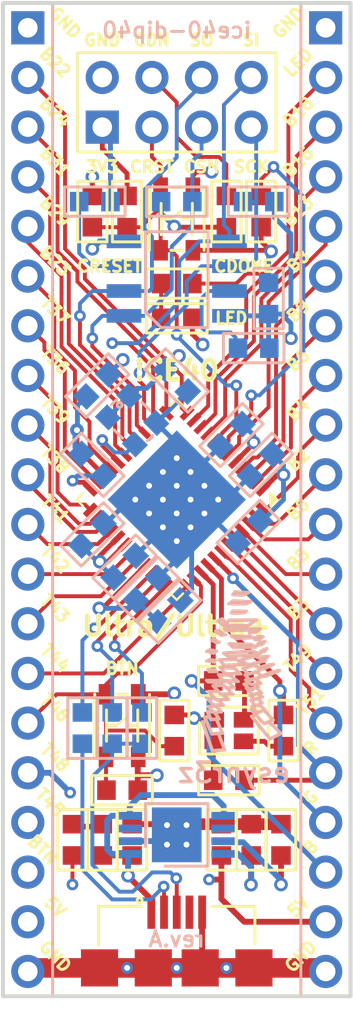
<source format=kicad_pcb>
(kicad_pcb (version 20171130) (host pcbnew 6.0.0-rc1-unknown-r13783-618182dc)
  (title_block (title "Lattice iCE40 Ultra/Ultra+ breakout DIP40-like board") (rev A))
  (layers (0 F.Cu signal) (1 In1.VCC.Cu power hide) (2 In2.GND.Cu power hide) (31 B.Cu mixed) (36 B.SilkS user) (37 F.SilkS user hide) (38 B.Mask user hide) (39 F.Mask user hide) (44 Edge.Cuts user))
  (net 0 "")
  (net 1 GND)
  (net 2 CDONE)
  (net 3 CRESET)
  (net 4 FLASH_MISO)
  (net 5 ICE_SCK)
  (net 6 ICE_CSN)
  (net 7 FLASH_MOSI)
  (net 8 "Net-(R2-Pad2)")
  (net 9 "Net-(R4-Pad2)")
  (net 10 VCC_CORE)
  (net 11 +5V)
  (net 12 IOB_6A)
  (net 13 IOB_9B)
  (net 14 IOB_8A)
  (net 15 IOB_13B)
  (net 16 IOB_16A)
  (net 17 IOB_18A)
  (net 18 IOB_22A)
  (net 19 IOB_24A)
  (net 20 IOB_31B)
  (net 21 IOB_29B)
  (net 22 IOB_23B)
  (net 23 IOT_37A)
  (net 24 IOT_36B)
  (net 25 IOT_39A)
  (net 26 IOT_38B)
  (net 27 IOT_41A)
  (net 28 IOT_42B)
  (net 29 IOT_43A)
  (net 30 IOT_45A)
  (net 31 IOT_51A)
  (net 32 IOT_49A)
  (net 33 IOB_3B)
  (net 34 IOB_5B)
  (net 35 IOB_0A)
  (net 36 IOB_2A)
  (net 37 IOB_4A)
  (net 38 "Net-(D2-Pad2)")
  (net 39 "Net-(D2-Pad3)")
  (net 40 "Net-(D2-Pad4)")
  (net 41 "Net-(D1-Pad1)")
  (net 42 ICE_CLK)
  (net 43 ICE_BTN)
  (net 44 RGB_B)
  (net 45 RGB_G)
  (net 46 RGB_R)
  (net 47 "Net-(D4-Pad2)")
  (net 48 "Net-(D5-Pad2)")
  (net 49 ICE_LED)
  (net 50 VCC_IO)
  (net 51 "Net-(J4-Pad4)")
  (net 52 "Net-(J4-Pad3)")
  (net 53 "Net-(J4-Pad2)")
  (net 54 "Net-(U2-Pad6)")
  (net 55 "Net-(U2-Pad3)")
  (net 56 USB_PU)
  (net 57 USB_P)
  (net 58 USB_N)
  (module lib_fp:R_0603 (layer B.Cu) (at 190.754 94.234 90)
    (fp_text reference R15 hide)
    (fp_text value 68)
    (pad 2 smd rect (at 0.8 0 90) (size 0.95 1) (layers B.Cu B.Paste B.Mask) (net 58 USB_N))
    (pad 1 smd rect (at -0.8 0 90) (size 0.95 1) (layers B.Cu B.Paste B.Mask) (net 53 "Net-(J4-Pad2)"))
  )
  (module lib_fp:R_0603 (layer B.Cu) (at 192.278 94.234 90)
    (fp_text reference R14 hide)
    (fp_text value 68)
    (pad 2 smd rect (at 0.8 0 90) (size 0.95 1) (layers B.Cu B.Paste B.Mask) (net 57 USB_P))
    (pad 1 smd rect (at -0.8 0 90) (size 0.95 1) (layers B.Cu B.Paste B.Mask) (net 52 "Net-(J4-Pad3)"))
  )
  (module lib_fp:R_0603 (layer B.Cu) (at 193.802 94.234 90)
    (fp_text reference R3 hide)
    (fp_text value 1.5k)
    (pad 2 smd rect (at 0.8 0 90) (size 0.95 1) (layers B.Cu B.Paste B.Mask) (net 56 USB_PU))
    (pad 1 smd rect (at -0.8 0 90) (size 0.95 1) (layers B.Cu B.Paste B.Mask) (net 52 "Net-(J4-Pad3)"))
  )
  (module lib_fp:SOIC-8_3.9x4.9mm_P1.27mm (layer B.Cu) (at 195.58 71.247)
    (fp_text reference U1 hide)
    (fp_text value AT25D081-SSHD)
    (pad 8 smd rect (at 2.7 1.905) (size 1.78 0.7) (layers B.Cu B.Paste B.Mask) (net 50 VCC_IO))
    (pad 7 smd rect (at 2.7 0.635) (size 1.78 0.7) (layers B.Cu B.Paste B.Mask) (net 9 "Net-(R4-Pad2)"))
    (pad 6 smd rect (at 2.7 -0.635) (size 1.78 0.7) (layers B.Cu B.Paste B.Mask) (net 5 ICE_SCK))
    (pad 5 smd rect (at 2.7 -1.905) (size 1.78 0.7) (layers B.Cu B.Paste B.Mask) (net 7 FLASH_MOSI))
    (pad 4 smd rect (at -2.7 -1.905) (size 1.78 0.7) (layers B.Cu B.Paste B.Mask) (net 1 GND))
    (pad 3 smd rect (at -2.7 -0.635) (size 1.78 0.7) (layers B.Cu B.Paste B.Mask) (net 8 "Net-(R2-Pad2)"))
    (pad 2 smd rect (at -2.7 0.635) (size 1.78 0.7) (layers B.Cu B.Paste B.Mask) (net 4 FLASH_MISO))
    (pad 1 smd rect (at -2.7 1.905) (size 1.78 0.7) (layers B.Cu B.Paste B.Mask) (net 6 ICE_CSN))
  )
  (module esynr3z_Symbol:esynr3z_logo_4.5x8.4mm_Silk (layer B.Cu) (at 199.009 91.313 180)
    (fp_text reference G*** hide)
    (fp_text value LOGO hide)
  )
  (module lib_fp:C_0603 (layer B.Cu) (at 192.913 85.979 45)
    (fp_text reference C1 hide)
    (fp_text value 1u)
    (pad 2 smd rect (at 0.799999 0 45) (size 0.95 1) (layers B.Cu B.Paste B.Mask) (net 1 GND))
    (pad 1 smd rect (at -0.799999 0 45) (size 0.95 1) (layers B.Cu B.Paste B.Mask) (net 10 VCC_CORE))
  )
  (module lib_fp:C_0603 (layer B.Cu) (at 198.374 79.248 225)
    (fp_text reference C2 hide)
    (fp_text value 100n)
    (pad 1 smd rect (at -0.799999 0 225) (size 0.95 1) (layers B.Cu B.Paste B.Mask) (net 10 VCC_CORE))
    (pad 2 smd rect (at 0.799999 0 225) (size 0.95 1) (layers B.Cu B.Paste B.Mask) (net 1 GND))
  )
  (module lib_fp:C_0603 (layer F.Cu) (at 197.866 99.949 90)
    (fp_text reference C3 hide)
    (fp_text value 2.2u)
    (pad 2 smd rect (at 0.799999 0 90) (size 0.95 1) (layers F.Cu F.Paste F.Mask) (net 1 GND))
    (pad 1 smd rect (at -0.799999 0 90) (size 0.95 1) (layers F.Cu F.Paste F.Mask) (net 11 +5V))
  )
  (module lib_fp:C_0603 (layer B.Cu) (at 191.262 84.328 45)
    (fp_text reference C4 hide)
    (fp_text value 100n)
    (pad 1 smd rect (at -0.799999 0 45) (size 0.95 1) (layers B.Cu B.Paste B.Mask) (net 10 VCC_CORE))
    (pad 2 smd rect (at 0.799999 0 45) (size 0.95 1) (layers B.Cu B.Paste B.Mask) (net 1 GND))
  )
  (module lib_fp:C_0603 (layer F.Cu) (at 199.39 99.949 90)
    (fp_text reference C7 hide)
    (fp_text value 2.2u)
    (pad 1 smd rect (at -0.799999 0 90) (size 0.95 1) (layers F.Cu F.Paste F.Mask) (net 50 VCC_IO))
    (pad 2 smd rect (at 0.799999 0 90) (size 0.95 1) (layers F.Cu F.Paste F.Mask) (net 1 GND))
  )
  (module lib_fp:C_0603 (layer F.Cu) (at 200.914 99.949 90)
    (fp_text reference C8 hide)
    (fp_text value 2.2u)
    (pad 2 smd rect (at 0.799999 0 90) (size 0.95 1) (layers F.Cu F.Paste F.Mask) (net 1 GND))
    (pad 1 smd rect (at -0.799999 0 90) (size 0.95 1) (layers F.Cu F.Paste F.Mask) (net 10 VCC_CORE))
  )
  (module lib_fp:C_0603 (layer B.Cu) (at 199.898 80.772 225)
    (fp_text reference C9 hide)
    (fp_text value 1u)
    (pad 1 smd rect (at -0.799999 0 225) (size 0.95 1) (layers B.Cu B.Paste B.Mask) (net 50 VCC_IO))
    (pad 2 smd rect (at 0.799999 0 225) (size 0.95 1) (layers B.Cu B.Paste B.Mask) (net 1 GND))
  )
  (module lib_fp:C_0603 (layer B.Cu) (at 200.279 72.263 90)
    (fp_text reference C10 hide)
    (fp_text value 100n)
    (pad 1 smd rect (at -0.799999 0 90) (size 0.95 1) (layers B.Cu B.Paste B.Mask) (net 50 VCC_IO))
    (pad 2 smd rect (at 0.799999 0 90) (size 0.95 1) (layers B.Cu B.Paste B.Mask) (net 1 GND))
  )
  (module lib_fp:C_0603 (layer B.Cu) (at 195.199 88.265 45)
    (fp_text reference C11 hide)
    (fp_text value 100n)
    (pad 2 smd rect (at 0.799999 0 45) (size 0.95 1) (layers B.Cu B.Paste B.Mask) (net 1 GND))
    (pad 1 smd rect (at -0.799999 0 45) (size 0.95 1) (layers B.Cu B.Paste B.Mask) (net 50 VCC_IO))
  )
  (module lib_fp:C_0603 (layer B.Cu) (at 199.263 84.201 225)
    (fp_text reference C12 hide)
    (fp_text value 100n)
    (pad 1 smd rect (at -0.799999 0 225) (size 0.95 1) (layers B.Cu B.Paste B.Mask) (net 50 VCC_IO))
    (pad 2 smd rect (at 0.799999 0 225) (size 0.95 1) (layers B.Cu B.Paste B.Mask) (net 1 GND))
  )
  (module lib_fp:C_0603 (layer B.Cu) (at 194.056 87.122 45)
    (fp_text reference C13 hide)
    (fp_text value 100n)
    (pad 2 smd rect (at 0.799999 0 45) (size 0.95 1) (layers B.Cu B.Paste B.Mask) (net 1 GND))
    (pad 1 smd rect (at -0.799999 0 45) (size 0.95 1) (layers B.Cu B.Paste B.Mask) (net 50 VCC_IO))
  )
  (module lib_fp:C_0603 (layer B.Cu) (at 191.516 76.708 45)
    (fp_text reference C15 hide)
    (fp_text value 100n)
    (pad 2 smd rect (at 0.799999 0 45) (size 0.95 1) (layers B.Cu B.Paste B.Mask) (net 1 GND))
    (pad 1 smd rect (at -0.799999 0 45) (size 0.95 1) (layers B.Cu B.Paste B.Mask) (net 50 VCC_IO))
  )
  (module lib_fp:C_0603 (layer F.Cu) (at 191.262 67.818 90)
    (fp_text reference C17 hide)
    (fp_text value 100n)
    (pad 1 smd rect (at -0.799999 0 90) (size 0.95 1) (layers F.Cu F.Paste F.Mask) (net 3 CRESET))
    (pad 2 smd rect (at 0.799999 0 90) (size 0.95 1) (layers F.Cu F.Paste F.Mask) (net 1 GND))
  )
  (module lib_fp:C_0603 (layer B.Cu) (at 195.58 76.454 315)
    (fp_text reference C18 hide)
    (fp_text value 100n)
    (pad 2 smd rect (at 0.799999 0 315) (size 0.95 1) (layers B.Cu B.Paste B.Mask) (net 1 GND))
    (pad 1 smd rect (at -0.799999 0 315) (size 0.95 1) (layers B.Cu B.Paste B.Mask) (net 50 VCC_IO))
  )
  (module lib_fp:C_0603 (layer F.Cu) (at 192.786 97.409)
    (fp_text reference C19 hide)
    (fp_text value 100n)
    (pad 2 smd rect (at 0.799999 0) (size 0.95 1) (layers F.Cu F.Paste F.Mask) (net 1 GND))
    (pad 1 smd rect (at -0.799999 0) (size 0.95 1) (layers F.Cu F.Paste F.Mask) (net 43 ICE_BTN))
  )
  (module lib_fp:C_0603 (layer F.Cu) (at 193.294 99.949 90)
    (fp_text reference C20 hide)
    (fp_text value 10u)
    (pad 1 smd rect (at -0.799999 0 90) (size 0.95 1) (layers F.Cu F.Paste F.Mask) (net 11 +5V))
    (pad 2 smd rect (at 0.799999 0 90) (size 0.95 1) (layers F.Cu F.Paste F.Mask) (net 1 GND))
  )
  (module lib_fp:SOD-523F (layer B.Cu) (at 191.262 80.772 135)
    (fp_text reference D1 hide)
    (fp_text value CDBU0520)
    (pad 2 smd rect (at 0.799999 0 135) (size 0.95 1) (layers B.Cu B.Paste B.Mask) (net 50 VCC_IO))
    (pad 1 smd rect (at -0.799999 0 135) (size 0.95 1) (layers B.Cu B.Paste B.Mask) (net 41 "Net-(D1-Pad1)"))
  )
  (module lib_fp:LED_Cree-PLCC4_2x2mm_CW (layer F.Cu) (at 198.247 94.361)
    (fp_text reference D2 hide)
    (fp_text value CLMVC-FKC-CGJJM569aBB7a343)
    (pad 1 smd rect (at -0.75 -0.55) (size 1 0.8) (layers F.Cu F.Paste F.Mask) (net 50 VCC_IO))
    (pad 2 smd rect (at 0.75 -0.55) (size 1 0.8) (layers F.Cu F.Paste F.Mask) (net 38 "Net-(D2-Pad2)"))
    (pad 3 smd rect (at 0.75 0.55) (size 1 0.8) (layers F.Cu F.Paste F.Mask) (net 39 "Net-(D2-Pad3)"))
    (pad 4 smd rect (at -0.75 0.55) (size 1 0.8) (layers F.Cu F.Paste F.Mask) (net 40 "Net-(D2-Pad4)"))
  )
  (module lib_fp:LED_0603 (layer F.Cu) (at 199.898 67.818 90)
    (fp_text reference D3 hide)
    (fp_text value LED_GREEN)
    (pad 1 smd rect (at -0.8 0 90) (size 0.95 1) (layers F.Cu F.Paste F.Mask) (net 1 GND))
    (pad 2 smd rect (at 0.8 0 90) (size 0.95 1) (layers F.Cu F.Paste F.Mask) (net 2 CDONE))
  )
  (module lib_fp:LED_0603 (layer F.Cu) (at 190.246 99.949 90)
    (fp_text reference D4 hide)
    (fp_text value LED_RED)
    (pad 2 smd rect (at 0.8 0 90) (size 0.95 1) (layers F.Cu F.Paste F.Mask) (net 47 "Net-(D4-Pad2)"))
    (pad 1 smd rect (at -0.8 0 90) (size 0.95 1) (layers F.Cu F.Paste F.Mask) (net 1 GND))
  )
  (module lib_fp:LED_0603 (layer F.Cu) (at 195.58 73.279 180)
    (fp_text reference D5 hide)
    (fp_text value LED_ORANGE)
    (pad 1 smd rect (at -0.8 0 180) (size 0.95 1) (layers F.Cu F.Paste F.Mask) (net 1 GND))
    (pad 2 smd rect (at 0.8 0 180) (size 0.95 1) (layers F.Cu F.Paste F.Mask) (net 48 "Net-(D5-Pad2)"))
  )
  (module lib_fp:PinHeader_2x04_P2.54mm_Vertical (layer F.Cu) (at 191.77 63.5 90)
    (fp_text reference J1 hide)
    (fp_text value Conn_02x04_Odd_Even)
    (pad 1 thru_hole rect (at 0 0 90) (size 1.7 1.7) (drill 1) (layers *.Cu *.Mask) (net 50 VCC_IO))
    (pad 2 thru_hole oval (at 2.54 0 90) (size 1.7 1.7) (drill 1) (layers *.Cu *.Mask) (net 1 GND))
    (pad 3 thru_hole oval (at 0 2.54 90) (size 1.7 1.7) (drill 1) (layers *.Cu *.Mask) (net 3 CRESET))
    (pad 4 thru_hole oval (at 2.54 2.54 90) (size 1.7 1.7) (drill 1) (layers *.Cu *.Mask) (net 2 CDONE))
    (pad 5 thru_hole oval (at 0 5.08 90) (size 1.7 1.7) (drill 1) (layers *.Cu *.Mask) (net 6 ICE_CSN))
    (pad 6 thru_hole oval (at 2.54 5.08 90) (size 1.7 1.7) (drill 1) (layers *.Cu *.Mask) (net 4 FLASH_MISO))
    (pad 7 thru_hole oval (at 0 7.62 90) (size 1.7 1.7) (drill 1) (layers *.Cu *.Mask) (net 5 ICE_SCK))
    (pad 8 thru_hole oval (at 2.54 7.62 90) (size 1.7 1.7) (drill 1) (layers *.Cu *.Mask) (net 7 FLASH_MOSI))
  )
  (module lib_fp:PinHeader_1x20_P2.54mm_Vertical (layer B.Cu) (at 187.96 58.42 180)
    (fp_text reference J2 hide)
    (fp_text value Conn_01x20)
    (pad 1 thru_hole rect (at 0 0 180) (size 1.7 1.7) (drill 1) (layers *.Cu *.Mask) (net 1 GND))
    (pad 2 thru_hole oval (at 0 -2.54 180) (size 1.7 1.7) (drill 1) (layers *.Cu *.Mask) (net 18 IOB_22A))
    (pad 3 thru_hole oval (at 0 -5.08 180) (size 1.7 1.7) (drill 1) (layers *.Cu *.Mask) (net 19 IOB_24A))
    (pad 4 thru_hole oval (at 0 -7.62 180) (size 1.7 1.7) (drill 1) (layers *.Cu *.Mask) (net 20 IOB_31B))
    (pad 5 thru_hole oval (at 0 -10.16 180) (size 1.7 1.7) (drill 1) (layers *.Cu *.Mask) (net 21 IOB_29B))
    (pad 6 thru_hole oval (at 0 -12.7 180) (size 1.7 1.7) (drill 1) (layers *.Cu *.Mask) (net 22 IOB_23B))
    (pad 7 thru_hole oval (at 0 -15.24 180) (size 1.7 1.7) (drill 1) (layers *.Cu *.Mask) (net 23 IOT_37A))
    (pad 8 thru_hole oval (at 0 -17.78 180) (size 1.7 1.7) (drill 1) (layers *.Cu *.Mask) (net 24 IOT_36B))
    (pad 9 thru_hole oval (at 0 -20.32 180) (size 1.7 1.7) (drill 1) (layers *.Cu *.Mask) (net 25 IOT_39A))
    (pad 10 thru_hole oval (at 0 -22.86 180) (size 1.7 1.7) (drill 1) (layers *.Cu *.Mask) (net 26 IOT_38B))
    (pad 11 thru_hole oval (at 0 -25.4 180) (size 1.7 1.7) (drill 1) (layers *.Cu *.Mask) (net 27 IOT_41A))
    (pad 12 thru_hole oval (at 0 -27.94 180) (size 1.7 1.7) (drill 1) (layers *.Cu *.Mask) (net 28 IOT_42B))
    (pad 13 thru_hole oval (at 0 -30.48 180) (size 1.7 1.7) (drill 1) (layers *.Cu *.Mask) (net 29 IOT_43A))
    (pad 14 thru_hole oval (at 0 -33.02 180) (size 1.7 1.7) (drill 1) (layers *.Cu *.Mask) (net 30 IOT_45A))
    (pad 15 thru_hole oval (at 0 -35.56 180) (size 1.7 1.7) (drill 1) (layers *.Cu *.Mask) (net 43 ICE_BTN))
    (pad 16 thru_hole oval (at 0 -38.1 180) (size 1.7 1.7) (drill 1) (layers *.Cu *.Mask) (net 10 VCC_CORE))
    (pad 17 thru_hole oval (at 0 -40.64 180) (size 1.7 1.7) (drill 1) (layers *.Cu *.Mask) (net 50 VCC_IO))
    (pad 18 thru_hole oval (at 0 -43.18 180) (size 1.7 1.7) (drill 1) (layers *.Cu *.Mask) (net 1 GND))
    (pad 19 thru_hole oval (at 0 -45.72 180) (size 1.7 1.7) (drill 1) (layers *.Cu *.Mask) (net 11 +5V))
    (pad 20 thru_hole oval (at 0 -48.26 180) (size 1.7 1.7) (drill 1) (layers *.Cu *.Mask) (net 1 GND))
  )
  (module lib_fp:PinHeader_1x20_P2.54mm_Vertical (layer B.Cu) (at 203.2 58.42 180)
    (fp_text reference J3 hide)
    (fp_text value Conn_01x20)
    (pad 20 thru_hole oval (at 0 -48.26 180) (size 1.7 1.7) (drill 1) (layers *.Cu *.Mask) (net 1 GND))
    (pad 19 thru_hole oval (at 0 -45.72 180) (size 1.7 1.7) (drill 1) (layers *.Cu *.Mask) (net 11 +5V))
    (pad 18 thru_hole oval (at 0 -43.18 180) (size 1.7 1.7) (drill 1) (layers *.Cu *.Mask) (net 44 RGB_B))
    (pad 17 thru_hole oval (at 0 -40.64 180) (size 1.7 1.7) (drill 1) (layers *.Cu *.Mask) (net 45 RGB_G))
    (pad 16 thru_hole oval (at 0 -38.1 180) (size 1.7 1.7) (drill 1) (layers *.Cu *.Mask) (net 46 RGB_R))
    (pad 15 thru_hole oval (at 0 -35.56 180) (size 1.7 1.7) (drill 1) (layers *.Cu *.Mask) (net 31 IOT_51A))
    (pad 14 thru_hole oval (at 0 -33.02 180) (size 1.7 1.7) (drill 1) (layers *.Cu *.Mask) (net 32 IOT_49A))
    (pad 13 thru_hole oval (at 0 -30.48 180) (size 1.7 1.7) (drill 1) (layers *.Cu *.Mask) (net 33 IOB_3B))
    (pad 12 thru_hole oval (at 0 -27.94 180) (size 1.7 1.7) (drill 1) (layers *.Cu *.Mask) (net 34 IOB_5B))
    (pad 11 thru_hole oval (at 0 -25.4 180) (size 1.7 1.7) (drill 1) (layers *.Cu *.Mask) (net 35 IOB_0A))
    (pad 10 thru_hole oval (at 0 -22.86 180) (size 1.7 1.7) (drill 1) (layers *.Cu *.Mask) (net 36 IOB_2A))
    (pad 9 thru_hole oval (at 0 -20.32 180) (size 1.7 1.7) (drill 1) (layers *.Cu *.Mask) (net 37 IOB_4A))
    (pad 8 thru_hole oval (at 0 -17.78 180) (size 1.7 1.7) (drill 1) (layers *.Cu *.Mask) (net 12 IOB_6A))
    (pad 7 thru_hole oval (at 0 -15.24 180) (size 1.7 1.7) (drill 1) (layers *.Cu *.Mask) (net 13 IOB_9B))
    (pad 6 thru_hole oval (at 0 -12.7 180) (size 1.7 1.7) (drill 1) (layers *.Cu *.Mask) (net 14 IOB_8A))
    (pad 5 thru_hole oval (at 0 -10.16 180) (size 1.7 1.7) (drill 1) (layers *.Cu *.Mask) (net 15 IOB_13B))
    (pad 4 thru_hole oval (at 0 -7.62 180) (size 1.7 1.7) (drill 1) (layers *.Cu *.Mask) (net 16 IOB_16A))
    (pad 3 thru_hole oval (at 0 -5.08 180) (size 1.7 1.7) (drill 1) (layers *.Cu *.Mask) (net 17 IOB_18A))
    (pad 2 thru_hole oval (at 0 -2.54 180) (size 1.7 1.7) (drill 1) (layers *.Cu *.Mask) (net 49 ICE_LED))
    (pad 1 thru_hole rect (at 0 0 180) (size 1.7 1.7) (drill 1) (layers *.Cu *.Mask) (net 1 GND))
  )
  (module lib_fp:USB_Micro-B_Wurth_629105136821 (layer F.Cu) (at 195.58 107.95)
    (fp_text reference J4 hide)
    (fp_text value USB_B_Micro)
    (pad 1 smd rect (at -1.3 -4.3) (size 0.4 1.7) (layers F.Cu F.Paste F.Mask) (net 11 +5V))
    (pad 2 smd rect (at -0.65 -4.3) (size 0.4 1.7) (layers F.Cu F.Paste F.Mask) (net 53 "Net-(J4-Pad2)"))
    (pad 3 smd rect (at 0 -4.3) (size 0.4 1.7) (layers F.Cu F.Paste F.Mask) (net 52 "Net-(J4-Pad3)"))
    (pad 4 smd rect (at 0.65 -4.3) (size 0.4 1.7) (layers F.Cu F.Paste F.Mask) (net 51 "Net-(J4-Pad4)"))
    (pad 5 smd rect (at 1.3 -4.3) (size 0.4 1.7) (layers F.Cu F.Paste F.Mask) (net 1 GND))
    (pad "" np_thru_hole oval (at -2.075 -3.9) (size 0.7 0.7) (drill 0.7) (layers *.Cu *.Mask))
    (pad "" np_thru_hole oval (at 2.075 -3.9) (size 0.7 0.7) (drill 0.7) (layers *.Cu *.Mask))
    (pad 6 smd rect (at 1.2 -1.45) (size 1.9 1.9) (layers F.Cu F.Paste F.Mask) (net 1 GND))
    (pad 6 smd rect (at 3.95 -1.45) (size 1.9 1.9) (layers F.Cu F.Paste F.Mask) (net 1 GND))
    (pad 6 smd rect (at -1.2 -1.45) (size 1.9 1.9) (layers F.Cu F.Paste F.Mask) (net 1 GND))
    (pad 6 smd rect (at -3.95 -1.45) (size 1.9 1.9) (layers F.Cu F.Paste F.Mask) (net 1 GND))
  )
  (module lib_fp:R_0603 (layer B.Cu) (at 195.58 67.31)
    (fp_text reference R1 hide)
    (fp_text value 10k)
    (pad 2 smd rect (at 0.8 0) (size 0.95 1) (layers B.Cu B.Paste B.Mask) (net 6 ICE_CSN))
    (pad 1 smd rect (at -0.8 0) (size 0.95 1) (layers B.Cu B.Paste B.Mask) (net 50 VCC_IO))
  )
  (module lib_fp:R_0603 (layer B.Cu) (at 191.389 67.31 180)
    (fp_text reference R2 hide)
    (fp_text value 10k)
    (pad 2 smd rect (at 0.8 0 180) (size 0.95 1) (layers B.Cu B.Paste B.Mask) (net 8 "Net-(R2-Pad2)"))
    (pad 1 smd rect (at -0.8 0 180) (size 0.95 1) (layers B.Cu B.Paste B.Mask) (net 50 VCC_IO))
  )
  (module lib_fp:R_0603 (layer B.Cu) (at 199.517 74.803 180)
    (fp_text reference R4 hide)
    (fp_text value 10k)
    (pad 2 smd rect (at 0.8 0 180) (size 0.95 1) (layers B.Cu B.Paste B.Mask) (net 9 "Net-(R4-Pad2)"))
    (pad 1 smd rect (at -0.8 0 180) (size 0.95 1) (layers B.Cu B.Paste B.Mask) (net 50 VCC_IO))
  )
  (module lib_fp:R_0603 (layer B.Cu) (at 199.771 67.31 180)
    (fp_text reference R5 hide)
    (fp_text value 10k)
    (pad 2 smd rect (at 0.8 0 180) (size 0.95 1) (layers B.Cu B.Paste B.Mask) (net 5 ICE_SCK))
    (pad 1 smd rect (at -0.8 0 180) (size 0.95 1) (layers B.Cu B.Paste B.Mask) (net 50 VCC_IO))
  )
  (module lib_fp:R_0603 (layer F.Cu) (at 193.04 67.818 270)
    (fp_text reference R6 hide)
    (fp_text value 10k)
    (pad 1 smd rect (at -0.8 0 270) (size 0.95 1) (layers F.Cu F.Paste F.Mask) (net 50 VCC_IO))
    (pad 2 smd rect (at 0.8 0 270) (size 0.95 1) (layers F.Cu F.Paste F.Mask) (net 3 CRESET))
  )
  (module lib_fp:R_0603 (layer F.Cu) (at 198.247 96.901)
    (fp_text reference R7 hide)
    (fp_text value 82)
    (pad 1 smd rect (at -0.8 0) (size 0.95 1) (layers F.Cu F.Paste F.Mask) (net 40 "Net-(D2-Pad4)"))
    (pad 2 smd rect (at 0.8 0) (size 0.95 1) (layers F.Cu F.Paste F.Mask) (net 46 RGB_R))
  )
  (module lib_fp:R_0603 (layer F.Cu) (at 201.041 94.361 270)
    (fp_text reference R8 hide)
    (fp_text value 22)
    (pad 2 smd rect (at 0.8 0 270) (size 0.95 1) (layers F.Cu F.Paste F.Mask) (net 39 "Net-(D2-Pad3)"))
    (pad 1 smd rect (at -0.8 0 270) (size 0.95 1) (layers F.Cu F.Paste F.Mask) (net 45 RGB_G))
  )
  (module lib_fp:R_0603 (layer F.Cu) (at 198.247 91.821)
    (fp_text reference R9 hide)
    (fp_text value 22)
    (pad 1 smd rect (at -0.8 0) (size 0.95 1) (layers F.Cu F.Paste F.Mask) (net 44 RGB_B))
    (pad 2 smd rect (at 0.8 0) (size 0.95 1) (layers F.Cu F.Paste F.Mask) (net 38 "Net-(D2-Pad2)"))
  )
  (module lib_fp:R_0603 (layer F.Cu) (at 198.12 67.818 90)
    (fp_text reference R10 hide)
    (fp_text value 1k)
    (pad 1 smd rect (at -0.8 0 90) (size 0.95 1) (layers F.Cu F.Paste F.Mask) (net 50 VCC_IO))
    (pad 2 smd rect (at 0.8 0 90) (size 0.95 1) (layers F.Cu F.Paste F.Mask) (net 2 CDONE))
  )
  (module lib_fp:R_0603 (layer F.Cu) (at 191.77 99.949 270)
    (fp_text reference R11 hide)
    (fp_text value 2.2k)
    (pad 1 smd rect (at -0.8 0 270) (size 0.95 1) (layers F.Cu F.Paste F.Mask) (net 47 "Net-(D4-Pad2)"))
    (pad 2 smd rect (at 0.8 0 270) (size 0.95 1) (layers F.Cu F.Paste F.Mask) (net 11 +5V))
  )
  (module lib_fp:R_0603 (layer F.Cu) (at 195.453 94.361 270)
    (fp_text reference R12 hide)
    (fp_text value 10k)
    (pad 1 smd rect (at -0.8 0 270) (size 0.95 1) (layers F.Cu F.Paste F.Mask) (net 50 VCC_IO))
    (pad 2 smd rect (at 0.8 0 270) (size 0.95 1) (layers F.Cu F.Paste F.Mask) (net 43 ICE_BTN))
  )
  (module lib_fp:R_0603 (layer F.Cu) (at 195.58 71.501 180)
    (fp_text reference R13 hide)
    (fp_text value 1k)
    (pad 2 smd rect (at 0.8 0 180) (size 0.95 1) (layers F.Cu F.Paste F.Mask) (net 48 "Net-(D5-Pad2)"))
    (pad 1 smd rect (at -0.8 0 180) (size 0.95 1) (layers F.Cu F.Paste F.Mask) (net 49 ICE_LED))
  )
  (module lib_fp:PTS830 (layer F.Cu) (at 195.58 68.199 270)
    (fp_text reference SW1 hide)
    (fp_text value SW_Push)
    (pad 1 smd rect (at -1.6 -0.825 270) (size 1.05 0.75) (layers F.Cu F.Paste F.Mask) (net 1 GND))
    (pad 1 smd rect (at 1.6 -0.825 270) (size 1.05 0.75) (layers F.Cu F.Paste F.Mask) (net 1 GND))
    (pad 2 smd rect (at -1.6 0.825 270) (size 1.05 0.75) (layers F.Cu F.Paste F.Mask) (net 3 CRESET))
    (pad 2 smd rect (at 1.6 0.825 270) (size 1.05 0.75) (layers F.Cu F.Paste F.Mask) (net 3 CRESET))
  )
  (module lib_fp:PTS830 (layer F.Cu) (at 192.786 94.107 270)
    (fp_text reference SW2 hide)
    (fp_text value SW_Push)
    (pad 2 smd rect (at 1.6 0.825 270) (size 1.05 0.75) (layers F.Cu F.Paste F.Mask) (net 43 ICE_BTN))
    (pad 2 smd rect (at -1.6 0.825 270) (size 1.05 0.75) (layers F.Cu F.Paste F.Mask) (net 43 ICE_BTN))
    (pad 1 smd rect (at 1.6 -0.825 270) (size 1.05 0.75) (layers F.Cu F.Paste F.Mask) (net 1 GND))
    (pad 1 smd rect (at -1.6 -0.825 270) (size 1.05 0.75) (layers F.Cu F.Paste F.Mask) (net 1 GND))
  )
  (module lib_fp:MSOP-8-1EP_3x3mm_P0.65mm_EP2.54x2.8mm_ThermalVias (layer B.Cu) (at 195.58 99.695)
    (fp_text reference U2 hide)
    (fp_text value MIC5355-S4YMME)
    (pad 8 smd rect (at 2.4 0.975) (size 1.26 0.4) (layers B.Cu B.Paste B.Mask) (net 50 VCC_IO))
    (pad 9 smd rect (at 0 0) (size 2.54 2.8) (layers B.Cu B.Mask) (net 1 GND))
    (pad 7 smd rect (at 2.4 0.325) (size 1.26 0.4) (layers B.Cu B.Paste B.Mask) (net 10 VCC_CORE))
    (pad 3 smd rect (at -2.4 -0.325) (size 1.26 0.4) (layers B.Cu B.Paste B.Mask) (net 55 "Net-(U2-Pad3)"))
    (pad 2 smd rect (at -2.4 0.325) (size 1.26 0.4) (layers B.Cu B.Paste B.Mask) (net 1 GND))
    (pad 6 smd rect (at 2.4 -0.325) (size 1.26 0.4) (layers B.Cu B.Paste B.Mask) (net 54 "Net-(U2-Pad6)"))
    (pad 4 smd rect (at -2.4 -0.975) (size 1.26 0.4) (layers B.Cu B.Paste B.Mask) (net 11 +5V))
    (pad 1 smd rect (at -2.4 0.975) (size 1.26 0.4) (layers B.Cu B.Paste B.Mask) (net 11 +5V))
    (pad 5 smd rect (at 2.4 -0.975) (size 1.26 0.4) (layers B.Cu B.Paste B.Mask) (net 11 +5V))
    (pad 9 thru_hole circle (at 0.5 0.5) (size 0.6 0.6) (drill 0.3) (layers *.Cu *.Mask) (net 1 GND))
    (pad 9 thru_hole circle (at -0.5 0.5) (size 0.6 0.6) (drill 0.3) (layers *.Cu *.Mask) (net 1 GND))
    (pad 9 thru_hole circle (at -0.5 -0.5) (size 0.6 0.6) (drill 0.3) (layers *.Cu *.Mask) (net 1 GND))
    (pad 9 thru_hole circle (at 0.5 -0.5) (size 0.6 0.6) (drill 0.3) (layers *.Cu *.Mask) (net 1 GND))
    (pad 9 smd rect (at 0 0) (size 2.54 2.8) (layers F.Cu F.Mask) (net 1 GND))
  )
  (module lib_fp:QFN-48-1EP_7x7mm_P0.5mm_EP5x5mm_ThermalVias (layer F.Cu) (at 195.58 82.55 225)
    (fp_text reference U3 hide)
    (fp_text value ICE5LP4K-SG48)
    (pad 1 smd rect (at -3.5 -2.75 225) (size 0.8 0.3) (layers F.Cu F.Paste F.Mask) (net 50 VCC_IO))
    (pad 2 smd rect (at -3.5 -2.25 225) (size 0.8 0.3) (layers F.Cu F.Paste F.Mask) (net 12 IOB_6A))
    (pad 3 smd rect (at -3.5 -1.75 225) (size 0.8 0.3) (layers F.Cu F.Paste F.Mask) (net 13 IOB_9B))
    (pad 4 smd rect (at -3.5 -1.25 225) (size 0.8 0.3) (layers F.Cu F.Paste F.Mask) (net 14 IOB_8A))
    (pad 5 smd rect (at -3.5 -0.75 225) (size 0.8 0.3) (layers F.Cu F.Paste F.Mask) (net 10 VCC_CORE))
    (pad 6 smd rect (at -3.5 -0.25 225) (size 0.8 0.3) (layers F.Cu F.Paste F.Mask) (net 15 IOB_13B))
    (pad 7 smd rect (at -3.5 0.25 225) (size 0.8 0.3) (layers F.Cu F.Paste F.Mask) (net 2 CDONE))
    (pad 8 smd rect (at -3.5 0.75 225) (size 0.8 0.3) (layers F.Cu F.Paste F.Mask) (net 3 CRESET))
    (pad 9 smd rect (at -3.5 1.25 225) (size 0.8 0.3) (layers F.Cu F.Paste F.Mask) (net 16 IOB_16A))
    (pad 10 smd rect (at -3.5 1.75 225) (size 0.8 0.3) (layers F.Cu F.Paste F.Mask) (net 17 IOB_18A))
    (pad 11 smd rect (at -3.5 2.25 225) (size 0.8 0.3) (layers F.Cu F.Paste F.Mask) (net 49 ICE_LED))
    (pad 12 smd rect (at -3.5 2.75 225) (size 0.8 0.3) (layers F.Cu F.Paste F.Mask) (net 18 IOB_22A))
    (pad 13 smd rect (at -2.75 3.5 315) (size 0.8 0.3) (layers F.Cu F.Paste F.Mask) (net 19 IOB_24A))
    (pad 14 smd rect (at -2.25 3.5 315) (size 0.8 0.3) (layers F.Cu F.Paste F.Mask) (net 7 FLASH_MOSI))
    (pad 15 smd rect (at -1.75 3.5 315) (size 0.8 0.3) (layers F.Cu F.Paste F.Mask) (net 5 ICE_SCK))
    (pad 16 smd rect (at -1.25 3.5 315) (size 0.8 0.3) (layers F.Cu F.Paste F.Mask) (net 6 ICE_CSN))
    (pad 17 smd rect (at -0.75 3.5 315) (size 0.8 0.3) (layers F.Cu F.Paste F.Mask) (net 4 FLASH_MISO))
    (pad 18 smd rect (at -0.25 3.5 315) (size 0.8 0.3) (layers F.Cu F.Paste F.Mask) (net 20 IOB_31B))
    (pad 19 smd rect (at 0.25 3.5 315) (size 0.8 0.3) (layers F.Cu F.Paste F.Mask) (net 21 IOB_29B))
    (pad 20 smd rect (at 0.75 3.5 315) (size 0.8 0.3) (layers F.Cu F.Paste F.Mask) (net 42 ICE_CLK))
    (pad 21 smd rect (at 1.25 3.5 315) (size 0.8 0.3) (layers F.Cu F.Paste F.Mask) (net 22 IOB_23B))
    (pad 22 smd rect (at 1.75 3.5 315) (size 0.8 0.3) (layers F.Cu F.Paste F.Mask) (net 50 VCC_IO))
    (pad 23 smd rect (at 2.25 3.5 315) (size 0.8 0.3) (layers F.Cu F.Paste F.Mask) (net 23 IOT_37A))
    (pad 24 smd rect (at 2.75 3.5 315) (size 0.8 0.3) (layers F.Cu F.Paste F.Mask) (net 41 "Net-(D1-Pad1)"))
    (pad 25 smd rect (at 3.5 2.75 225) (size 0.8 0.3) (layers F.Cu F.Paste F.Mask) (net 24 IOT_36B))
    (pad 26 smd rect (at 3.5 2.25 225) (size 0.8 0.3) (layers F.Cu F.Paste F.Mask) (net 25 IOT_39A))
    (pad 27 smd rect (at 3.5 1.75 225) (size 0.8 0.3) (layers F.Cu F.Paste F.Mask) (net 26 IOT_38B))
    (pad 28 smd rect (at 3.5 1.25 225) (size 0.8 0.3) (layers F.Cu F.Paste F.Mask) (net 27 IOT_41A))
    (pad 29 smd rect (at 3.5 0.75 225) (size 0.8 0.3) (layers F.Cu F.Paste F.Mask) (net 10 VCC_CORE))
    (pad 30 smd rect (at 3.5 0.25 225) (size 0.8 0.3) (layers F.Cu F.Paste F.Mask) (net 10 VCC_CORE))
    (pad 31 smd rect (at 3.5 -0.25 225) (size 0.8 0.3) (layers F.Cu F.Paste F.Mask) (net 28 IOT_42B))
    (pad 32 smd rect (at 3.5 -0.75 225) (size 0.8 0.3) (layers F.Cu F.Paste F.Mask) (net 29 IOT_43A))
    (pad 33 smd rect (at 3.5 -1.25 225) (size 0.8 0.3) (layers F.Cu F.Paste F.Mask) (net 50 VCC_IO))
    (pad 34 smd rect (at 3.5 -1.75 225) (size 0.8 0.3) (layers F.Cu F.Paste F.Mask) (net 58 USB_N))
    (pad 35 smd rect (at 3.5 -2.25 225) (size 0.8 0.3) (layers F.Cu F.Paste F.Mask) (net 57 USB_P))
    (pad 36 smd rect (at 3.5 -2.75 225) (size 0.8 0.3) (layers F.Cu F.Paste F.Mask) (net 56 USB_PU))
    (pad 37 smd rect (at 2.75 -3.5 315) (size 0.8 0.3) (layers F.Cu F.Paste F.Mask) (net 30 IOT_45A))
    (pad 38 smd rect (at 2.25 -3.5 315) (size 0.8 0.3) (layers F.Cu F.Paste F.Mask) (net 43 ICE_BTN))
    (pad 39 smd rect (at 1.75 -3.5 315) (size 0.8 0.3) (layers F.Cu F.Paste F.Mask) (net 44 RGB_B))
    (pad 40 smd rect (at 1.25 -3.5 315) (size 0.8 0.3) (layers F.Cu F.Paste F.Mask) (net 45 RGB_G))
    (pad 41 smd rect (at 0.75 -3.5 315) (size 0.8 0.3) (layers F.Cu F.Paste F.Mask) (net 46 RGB_R))
    (pad 42 smd rect (at 0.25 -3.5 315) (size 0.8 0.3) (layers F.Cu F.Paste F.Mask) (net 31 IOT_51A))
    (pad 43 smd rect (at -0.25 -3.5 315) (size 0.8 0.3) (layers F.Cu F.Paste F.Mask) (net 32 IOT_49A))
    (pad 44 smd rect (at -0.75 -3.5 315) (size 0.8 0.3) (layers F.Cu F.Paste F.Mask) (net 33 IOB_3B))
    (pad 45 smd rect (at -1.25 -3.5 315) (size 0.8 0.3) (layers F.Cu F.Paste F.Mask) (net 34 IOB_5B))
    (pad 46 smd rect (at -1.75 -3.5 315) (size 0.8 0.3) (layers F.Cu F.Paste F.Mask) (net 35 IOB_0A))
    (pad 47 smd rect (at -2.25 -3.5 315) (size 0.8 0.3) (layers F.Cu F.Paste F.Mask) (net 36 IOB_2A))
    (pad 48 smd rect (at -2.75 -3.5 315) (size 0.8 0.3) (layers F.Cu F.Paste F.Mask) (net 37 IOB_4A))
    (pad 49 smd rect (at 0 0 225) (size 5 5) (layers F.Cu F.Mask) (net 1 GND))
    (pad 49 thru_hole circle (at -1.5 -1.5 225) (size 0.6 0.6) (drill 0.3) (layers *.Cu *.Mask) (net 1 GND))
    (pad 49 thru_hole circle (at -0.5 -1.5 225) (size 0.6 0.6) (drill 0.3) (layers *.Cu *.Mask) (net 1 GND))
    (pad 49 thru_hole circle (at 0.5 -1.5 225) (size 0.6 0.6) (drill 0.3) (layers *.Cu *.Mask) (net 1 GND))
    (pad 49 thru_hole circle (at 1.5 -1.5 225) (size 0.6 0.6) (drill 0.3) (layers *.Cu *.Mask) (net 1 GND))
    (pad 49 thru_hole circle (at 1.5 -0.5 225) (size 0.6 0.6) (drill 0.3) (layers *.Cu *.Mask) (net 1 GND))
    (pad 49 thru_hole circle (at 0.5 -0.5 225) (size 0.6 0.6) (drill 0.3) (layers *.Cu *.Mask) (net 1 GND))
    (pad 49 thru_hole circle (at -0.5 -0.5 225) (size 0.6 0.6) (drill 0.3) (layers *.Cu *.Mask) (net 1 GND))
    (pad 49 thru_hole circle (at -1.5 -0.5 225) (size 0.6 0.6) (drill 0.3) (layers *.Cu *.Mask) (net 1 GND))
    (pad 49 thru_hole circle (at -1.5 0.5 225) (size 0.6 0.6) (drill 0.3) (layers *.Cu *.Mask) (net 1 GND))
    (pad 49 thru_hole circle (at -0.5 0.5 225) (size 0.6 0.6) (drill 0.3) (layers *.Cu *.Mask) (net 1 GND))
    (pad 49 thru_hole circle (at 0.5 0.5 225) (size 0.6 0.6) (drill 0.3) (layers *.Cu *.Mask) (net 1 GND))
    (pad 49 thru_hole circle (at 1.5 0.5 225) (size 0.6 0.6) (drill 0.3) (layers *.Cu *.Mask) (net 1 GND))
    (pad 49 thru_hole circle (at 1.5 1.5 225) (size 0.6 0.6) (drill 0.3) (layers *.Cu *.Mask) (net 1 GND))
    (pad 49 thru_hole circle (at 0.5 1.5 225) (size 0.6 0.6) (drill 0.3) (layers *.Cu *.Mask) (net 1 GND))
    (pad 49 thru_hole circle (at -0.5 1.5 225) (size 0.6 0.6) (drill 0.3) (layers *.Cu *.Mask) (net 1 GND))
    (pad 49 thru_hole circle (at -1.5 1.5 225) (size 0.6 0.6) (drill 0.3) (layers *.Cu *.Mask) (net 1 GND))
    (pad 49 smd rect (at 0 0 225) (size 5 5) (layers B.Cu B.Mask) (net 1 GND))
  )
  (module lib_fp:ECS-2520MV_4Pin_2.5x2.0mm (layer B.Cu) (at 193.294 78.486 315)
    (fp_text reference X1 hide)
    (fp_text value ECS-2520MV-120-BN-TR)
    (pad 1 smd rect (at -0.975 -0.775 315) (size 1 0.9) (layers B.Cu B.Paste B.Mask) (net 50 VCC_IO))
    (pad 2 smd rect (at 0.975 -0.775 315) (size 1 0.9) (layers B.Cu B.Paste B.Mask) (net 1 GND))
    (pad 3 smd rect (at 0.975 0.775 315) (size 1 0.9) (layers B.Cu B.Paste B.Mask) (net 42 ICE_CLK))
    (pad 4 smd rect (at -0.975 0.775 315) (size 1 0.9) (layers B.Cu B.Paste B.Mask) (net 50 VCC_IO))
  )
  (gr_text rev.A (at 195.58 105.029) (layer B.SilkS) (effects (font (size 0.8 0.8)) (justify mirror)))
  (gr_text ice40-dip40 (at 195.58 58.547) (layer B.SilkS) (effects (font (size 0.8 0.8)) (justify mirror)))
  (gr_text esynr3z (at 198.501 96.52) (layer B.SilkS) (effects (font (size 1 1) (thickness 0.18)) (justify mirror)))
  (gr_text Ultra/Ultra+ (at 195.58 89.027) (layer F.SilkS) (effects (font (size 1 1) (thickness 0.25))))
  (gr_text iCE40 (at 195.58 75.946) (layer F.SilkS) (effects (font (size 1 1) (thickness 0.25))))
  (gr_text BTN (at 192.786 91.186) (layer F.SilkS) (effects (font (size 0.6 0.6))))
  (gr_text LED (at 198.374 73.279) (layer F.SilkS) (effects (font (size 0.6 0.6))))
  (gr_text CRESET (at 192.151 70.612) (layer F.SilkS) (effects (font (size 0.6 0.6))))
  (gr_text CDONE (at 199.009 70.612) (layer F.SilkS) (effects (font (size 0.6 0.6))))
  (gr_text GND (at 189.357 105.918 315) (layer F.SilkS) (effects (font (size 0.6 0.6))))
  (gr_text 5V (at 189.357 103.378 315) (layer F.SilkS) (effects (font (size 0.6 0.6))))
  (gr_text BTN (at 188.722 100.457 315) (layer F.SilkS) (effects (font (size 0.6 0.6))))
  (gr_text T45 (at 189.103 98.044 315) (layer F.SilkS) (effects (font (size 0.6 0.6))))
  (gr_text T48 (at 189.357 95.758 315) (layer F.SilkS) (effects (font (size 0.6 0.6))))
  (gr_text T46 (at 189.357 93.218 315) (layer F.SilkS) (effects (font (size 0.6 0.6))))
  (gr_text T44 (at 189.357 90.678 315) (layer F.SilkS) (effects (font (size 0.6 0.6))))
  (gr_text T43 (at 189.357 88.138 315) (layer F.SilkS) (effects (font (size 0.6 0.6))))
  (gr_text T42 (at 189.357 85.598 315) (layer F.SilkS) (effects (font (size 0.6 0.6))))
  (gr_text T41 (at 189.357 83.058 315) (layer F.SilkS) (effects (font (size 0.6 0.6))))
  (gr_text T38 (at 189.357 80.518 315) (layer F.SilkS) (effects (font (size 0.6 0.6))))
  (gr_text T39 (at 189.357 77.978 315) (layer F.SilkS) (effects (font (size 0.6 0.6))))
  (gr_text T36 (at 189.357 75.438 315) (layer F.SilkS) (effects (font (size 0.6 0.6))))
  (gr_text T37 (at 189.357 72.898 315) (layer F.SilkS) (effects (font (size 0.6 0.6))))
  (gr_text B23 (at 189.357 70.358 315) (layer F.SilkS) (effects (font (size 0.6 0.6))))
  (gr_text B29 (at 189.357 67.818 315) (layer F.SilkS) (effects (font (size 0.6 0.6))))
  (gr_text B31 (at 189.357 65.278 315) (layer F.SilkS) (effects (font (size 0.6 0.6))))
  (gr_text B24 (at 189.357 62.738 315) (layer F.SilkS) (effects (font (size 0.6 0.6))))
  (gr_text B22 (at 189.357 60.198 315) (layer F.SilkS) (effects (font (size 0.6 0.6))))
  (gr_text GND (at 189.865 58.166 315) (layer F.SilkS) (effects (font (size 0.6 0.6))))
  (gr_text T51 (at 202.438 92.837 45) (layer F.SilkS) (effects (font (size 0.6 0.6))))
  (gr_text GND (at 201.93 105.918 45) (layer F.SilkS) (effects (font (size 0.6 0.6))))
  (gr_text 5V (at 201.803 103.378 45) (layer F.SilkS) (effects (font (size 0.6 0.6))))
  (gr_text B (at 202.438 100.33 45) (layer F.SilkS) (effects (font (size 0.6 0.6))))
  (gr_text G (at 202.438 97.79 45) (layer F.SilkS) (effects (font (size 0.6 0.6))))
  (gr_text R (at 202.438 95.25 45) (layer F.SilkS) (effects (font (size 0.6 0.6))))
  (gr_text T49 (at 201.803 90.678 45) (layer F.SilkS) (effects (font (size 0.6 0.6))))
  (gr_text B3 (at 201.803 88.138 45) (layer F.SilkS) (effects (font (size 0.6 0.6))))
  (gr_text B5 (at 201.803 85.598 45) (layer F.SilkS) (effects (font (size 0.6 0.6))))
  (gr_text B0 (at 201.803 83.058 45) (layer F.SilkS) (effects (font (size 0.6 0.6))))
  (gr_text B2 (at 201.803 80.518 45) (layer F.SilkS) (effects (font (size 0.6 0.6))))
  (gr_text B4 (at 201.803 77.978 45) (layer F.SilkS) (effects (font (size 0.6 0.6))))
  (gr_text B6 (at 201.803 75.438 45) (layer F.SilkS) (effects (font (size 0.6 0.6))))
  (gr_text B9 (at 201.803 72.898 45) (layer F.SilkS) (effects (font (size 0.6 0.6))))
  (gr_text B8 (at 201.803 70.358 45) (layer F.SilkS) (effects (font (size 0.6 0.6))))
  (gr_text B13 (at 201.803 67.818 45) (layer F.SilkS) (effects (font (size 0.6 0.6))))
  (gr_text GND (at 201.295 58.166 45) (layer F.SilkS) (effects (font (size 0.6 0.6))))
  (gr_text LED (at 201.803 60.198 45) (layer F.SilkS) (effects (font (size 0.6 0.6))))
  (gr_text B18 (at 201.803 62.738 45) (layer F.SilkS) (effects (font (size 0.6 0.6))))
  (gr_text "B16\n" (at 201.803 65.278 45) (layer F.SilkS) (effects (font (size 0.6 0.6))))
  (gr_text 3V3 (at 191.77 65.532) (layer F.SilkS) (effects (font (size 0.6 0.6))))
  (gr_text CRST (at 194.31 65.532) (layer F.SilkS) (effects (font (size 0.6 0.6))))
  (gr_text CSN (at 196.85 65.532) (layer F.SilkS) (effects (font (size 0.6 0.6))))
  (gr_text SCK (at 199.39 65.532) (layer F.SilkS) (effects (font (size 0.6 0.6))))
  (gr_text GND (at 191.77 59.055) (layer F.SilkS) (effects (font (size 0.6 0.6))))
  (gr_text CDN (at 194.31 59.055) (layer F.SilkS) (effects (font (size 0.6 0.6))))
  (gr_text SO (at 196.85 59.055) (layer F.SilkS) (effects (font (size 0.6 0.6))))
  (gr_text SI (at 199.39 59.055) (layer F.SilkS) (effects (font (size 0.6 0.6))))
  (gr_line (start 204.47 107.95) (end 204.47 57.15) (layer Edge.Cuts) (width 0.2))
  (gr_line (start 186.69 107.95) (end 204.47 107.95) (layer Edge.Cuts) (width 0.2))
  (gr_line (start 186.69 57.15) (end 186.69 107.95) (layer Edge.Cuts) (width 0.2))
  (gr_line (start 204.47 57.15) (end 186.69 57.15) (layer Edge.Cuts) (width 0.2))
  (segment (start 203.02 106.5) (end 203.2 106.68) (width 1) (layer F.Cu) (net 1))
  (segment (start 199.53 106.5) (end 203.02 106.5) (width 1) (layer F.Cu) (net 1))
  (segment (start 188.14 106.5) (end 187.96 106.68) (width 1) (layer F.Cu) (net 1))
  (segment (start 191.63 106.5) (end 188.14 106.5) (width 1) (layer F.Cu) (net 1))
  (segment (start 191.63 106.5) (end 193.04 106.5) (width 1) (layer F.Cu) (net 1))
  (segment (start 194.38 106.5) (end 195.58 106.5) (width 1) (layer F.Cu) (net 1))
  (segment (start 196.78 106.5) (end 198.12 106.5) (width 1) (layer F.Cu) (net 1))
  (segment (start 196.88 106.4) (end 196.78 106.5) (width 0.2) (layer F.Cu) (net 1))
  (segment (start 196.88 103.65) (end 196.88 106.4) (width 0.3) (layer F.Cu) (net 1))
  (segment (start 195.255 100.782) (end 195.58 100.457) (width 0.2) (layer B.Cu) (net 1))
  (segment (start 194.905 100.274) (end 195.08 100.449) (width 0.3) (layer B.Cu) (net 1))
  (segment (start 193.0295 100.0125) (end 194.7545 100.0125) (width 0.3) (layer B.Cu) (net 1))
  (segment (start 195.58 106.5) (end 196.78 106.5) (width 1) (layer F.Cu) (net 1))
  (via (at 195.58 106.5) (size 0.6) (drill 0.3) (layers F.Cu B.Cu) (net 1))
  (segment (start 193.04 106.5) (end 194.38 106.5) (width 1) (layer F.Cu) (net 1))
  (via (at 193.04 106.5) (size 0.6) (drill 0.3) (layers F.Cu B.Cu) (net 1))
  (segment (start 198.12 106.5) (end 199.53 106.5) (width 1) (layer F.Cu) (net 1))
  (via (at 198.12 106.5) (size 0.6) (drill 0.3) (layers F.Cu B.Cu) (net 1))
  (segment (start 195.034 99.149) (end 195.58 99.695) (width 0.3) (layer F.Cu) (net 1))
  (segment (start 193.294 99.149) (end 195.034 99.149) (width 0.3) (layer F.Cu) (net 1))
  (segment (start 196.126 99.149) (end 196.08 99.195) (width 0.3) (layer F.Cu) (net 1))
  (segment (start 200.914 99.149) (end 196.126 99.149) (width 0.6) (layer F.Cu) (net 1))
  (segment (start 190.246 101.003) (end 190.246 102.235) (width 0.2) (layer F.Cu) (net 1))
  (segment (start 195.58 80.137) (end 195.58 82.55) (width 0.25) (layer B.Cu) (net 1))
  (via (at 191.262 66.04) (size 0.7) (drill 0.4) (layers F.Cu B.Cu) (net 1))
  (segment (start 191.262 67.018) (end 191.262 66.04) (width 0.25) (layer F.Cu) (net 1))
  (via (at 197.358 65.786) (size 0.7) (drill 0.4) (layers F.Cu B.Cu) (net 1))
  (segment (start 196.596 65.786) (end 197.358 65.786) (width 0.25) (layer F.Cu) (net 1))
  (segment (start 196.405 66.599) (end 196.405 65.977) (width 0.25) (layer F.Cu) (net 1))
  (segment (start 196.405 65.977) (end 196.596 65.786) (width 0.25) (layer F.Cu) (net 1))
  (via (at 200.406 69.85) (size 0.7) (drill 0.4) (layers F.Cu B.Cu) (net 1))
  (segment (start 200.279 71.463) (end 200.279 69.977) (width 0.25) (layer B.Cu) (net 1))
  (segment (start 200.279 69.977) (end 200.406 69.85) (width 0.25) (layer B.Cu) (net 1))
  (segment (start 199.898 69.342) (end 200.406 69.85) (width 0.25) (layer F.Cu) (net 1))
  (segment (start 199.898 68.618) (end 199.898 69.342) (width 0.25) (layer F.Cu) (net 1))
  (segment (start 200.355 69.799) (end 200.406 69.85) (width 0.25) (layer F.Cu) (net 1))
  (segment (start 196.405 69.799) (end 200.355 69.799) (width 0.25) (layer F.Cu) (net 1))
  (segment (start 196.139173 77.019685) (end 194.531437 78.627421) (width 0.25) (layer B.Cu) (net 1))
  (segment (start 196.145685 77.019685) (end 196.139173 77.019685) (width 0.25) (layer B.Cu) (net 1))
  (segment (start 195.58 79.675984) (end 195.58 81.842893) (width 0.25) (layer B.Cu) (net 1))
  (segment (start 194.531437 78.627421) (end 195.58 79.675984) (width 0.25) (layer B.Cu) (net 1))
  (segment (start 193.167 82.55) (end 193.45868 82.55) (width 0.25) (layer B.Cu) (net 1))
  (segment (start 191.827685 83.762315) (end 191.954685 83.762315) (width 0.25) (layer B.Cu) (net 1))
  (segment (start 191.954685 83.762315) (end 193.167 82.55) (width 0.25) (layer B.Cu) (net 1))
  (segment (start 195.58 83.312) (end 195.58 82.55) (width 0.25) (layer B.Cu) (net 1))
  (segment (start 193.478685 85.413315) (end 195.58 83.312) (width 0.25) (layer B.Cu) (net 1))
  (segment (start 195.961 82.931) (end 195.58 82.55) (width 0.25) (layer B.Cu) (net 1))
  (segment (start 194.621685 86.556315) (end 195.961 85.217) (width 0.25) (layer B.Cu) (net 1))
  (segment (start 195.961 85.217) (end 195.961 82.931) (width 0.25) (layer B.Cu) (net 1))
  (segment (start 196.342 83.312) (end 195.58 82.55) (width 0.25) (layer B.Cu) (net 1))
  (segment (start 195.764685 87.699315) (end 196.342 87.122) (width 0.25) (layer B.Cu) (net 1))
  (segment (start 196.342 87.122) (end 196.342 83.312) (width 0.25) (layer B.Cu) (net 1))
  (segment (start 196.469 82.55) (end 195.58 82.55) (width 0.25) (layer B.Cu) (net 1))
  (segment (start 198.697315 84.766685) (end 198.685685 84.766685) (width 0.25) (layer B.Cu) (net 1))
  (segment (start 198.685685 84.766685) (end 196.469 82.55) (width 0.25) (layer B.Cu) (net 1))
  (segment (start 198.12 82.55) (end 197.70132 82.55) (width 0.25) (layer B.Cu) (net 1))
  (segment (start 199.332315 81.337685) (end 198.12 82.55) (width 0.25) (layer B.Cu) (net 1))
  (segment (start 195.58 82.042) (end 195.58 82.55) (width 0.25) (layer B.Cu) (net 1))
  (segment (start 197.808315 79.813685) (end 195.58 82.042) (width 0.25) (layer B.Cu) (net 1))
  (via (at 196.907414 74.618586) (size 0.7) (drill 0.4) (layers F.Cu B.Cu) (net 1))
  (segment (start 196.557415 74.268587) (end 196.907414 74.618586) (width 0.25) (layer F.Cu) (net 1))
  (segment (start 196.38 73.279) (end 196.38 74.091172) (width 0.25) (layer F.Cu) (net 1))
  (segment (start 196.38 74.091172) (end 196.557415 74.268587) (width 0.25) (layer F.Cu) (net 1))
  (segment (start 192.081685 76.142315) (end 192.821782 75.402218) (width 0.25) (layer B.Cu) (net 1))
  (via (at 192.821782 75.402218) (size 0.7) (drill 0.4) (layers F.Cu B.Cu) (net 1))
  (via (at 191.262 69.723) (size 0.7) (drill 0.4) (layers F.Cu B.Cu) (net 1))
  (segment (start 192.88 69.342) (end 191.643 69.342) (width 0.3) (layer B.Cu) (net 1))
  (segment (start 191.643 69.342) (end 191.262 69.723) (width 0.3) (layer B.Cu) (net 1))
  (segment (start 193.586 95.732) (end 193.611 95.707) (width 0.3) (layer F.Cu) (net 1))
  (segment (start 193.586 96.647) (end 193.586 95.732) (width 0.3) (layer F.Cu) (net 1))
  (segment (start 193.586 97.409) (end 193.586 96.647) (width 0.3) (layer F.Cu) (net 1))
  (via (at 194.564 96.646988) (size 0.7) (drill 0.4) (layers F.Cu B.Cu) (net 1))
  (segment (start 194.069026 96.646988) (end 194.564 96.646988) (width 0.3) (layer F.Cu) (net 1))
  (segment (start 193.586012 96.646988) (end 194.069026 96.646988) (width 0.3) (layer F.Cu) (net 1))
  (segment (start 193.586 96.647) (end 193.586012 96.646988) (width 0.3) (layer F.Cu) (net 1))
  (via (at 190.246 102.235002) (size 0.6) (drill 0.3) (layers F.Cu B.Cu) (net 1))
  (segment (start 193.611 92.507) (end 195.402 92.507) (width 0.3) (layer F.Cu) (net 1))
  (via (at 195.453 92.456) (size 0.7) (drill 0.4) (layers F.Cu B.Cu) (net 1))
  (segment (start 195.402 92.507) (end 195.453 92.456) (width 0.3) (layer F.Cu) (net 1))
  (via (at 200.533 65.532) (size 0.6) (drill 0.3) (layers F.Cu B.Cu) (net 2))
  (segment (start 199.898 67.018) (end 199.898 66.167) (width 0.2) (layer F.Cu) (net 2))
  (segment (start 199.898 66.167) (end 200.533 65.532) (width 0.2) (layer F.Cu) (net 2))
  (segment (start 199.898 67.018) (end 198.12 67.018) (width 0.2) (layer F.Cu) (net 2))
  (segment (start 195.159999 61.809999) (end 194.31 60.96) (width 0.2) (layer F.Cu) (net 2))
  (segment (start 198.12 65.405) (end 197.739 65.024) (width 0.2) (layer F.Cu) (net 2))
  (segment (start 195.58 64.008) (end 195.58 62.23) (width 0.2) (layer F.Cu) (net 2))
  (segment (start 198.12 67.018) (end 198.12 65.405) (width 0.2) (layer F.Cu) (net 2))
  (segment (start 197.739 65.024) (end 196.596 65.024) (width 0.2) (layer F.Cu) (net 2))
  (segment (start 196.596 65.024) (end 195.58 64.008) (width 0.2) (layer F.Cu) (net 2))
  (segment (start 195.58 62.23) (end 195.159999 61.809999) (width 0.2) (layer F.Cu) (net 2))
  (via (at 199.39 77.216) (size 0.6) (drill 0.3) (layers F.Cu B.Cu) (net 2))
  (segment (start 198.23165 79.346472) (end 199.39 78.188122) (width 0.2) (layer F.Cu) (net 2))
  (segment (start 199.39 77.640264) (end 199.39 77.216) (width 0.2) (layer F.Cu) (net 2))
  (segment (start 198.23165 79.544797) (end 198.23165 79.346472) (width 0.2) (layer F.Cu) (net 2))
  (segment (start 199.39 78.188122) (end 199.39 77.640264) (width 0.2) (layer F.Cu) (net 2))
  (segment (start 197.878097 79.89835) (end 198.23165 79.544797) (width 0.2) (layer F.Cu) (net 2))
  (segment (start 199.814264 77.216) (end 199.39 77.216) (width 0.2) (layer B.Cu) (net 2))
  (segment (start 202.057 74.973264) (end 199.814264 77.216) (width 0.2) (layer B.Cu) (net 2))
  (segment (start 200.533 65.532) (end 202.057 67.056) (width 0.2) (layer B.Cu) (net 2))
  (segment (start 202.057 67.056) (end 202.057 74.973264) (width 0.2) (layer B.Cu) (net 2))
  (segment (start 191.262 68.618) (end 193.04 68.618) (width 0.2) (layer F.Cu) (net 3))
  (segment (start 194.755 67.324) (end 194.755 66.599) (width 0.2) (layer F.Cu) (net 3))
  (segment (start 194.755 67.603) (end 194.755 67.324) (width 0.2) (layer F.Cu) (net 3))
  (segment (start 193.74 68.618) (end 194.755 67.603) (width 0.2) (layer F.Cu) (net 3))
  (segment (start 193.04 68.618) (end 193.74 68.618) (width 0.2) (layer F.Cu) (net 3))
  (segment (start 194.755 69.799) (end 194.755 66.599) (width 0.2) (layer F.Cu) (net 3))
  (segment (start 194.691 63.813081) (end 194.31 63.432081) (width 0.2) (layer F.Cu) (net 3))
  (segment (start 194.755 66.599) (end 194.755 66.611) (width 0.2) (layer F.Cu) (net 3))
  (segment (start 194.755 66.611) (end 194.691 66.675) (width 0.2) (layer F.Cu) (net 3))
  (segment (start 194.755 66.599) (end 194.755 65.469) (width 0.2) (layer F.Cu) (net 3))
  (segment (start 194.31 65.024) (end 194.31 63.5) (width 0.2) (layer F.Cu) (net 3))
  (segment (start 194.755 65.469) (end 194.31 65.024) (width 0.2) (layer F.Cu) (net 3))
  (via (at 198.628 76.708004) (size 0.6) (drill 0.3) (layers F.Cu B.Cu) (net 3))
  (segment (start 198.628 78.426848) (end 198.628 77.132268) (width 0.2) (layer F.Cu) (net 3))
  (segment (start 197.878097 79.176751) (end 198.628 78.426848) (width 0.2) (layer F.Cu) (net 3))
  (segment (start 197.524544 79.544796) (end 197.878097 79.191243) (width 0.2) (layer F.Cu) (net 3))
  (segment (start 198.628 77.132268) (end 198.628 76.708004) (width 0.2) (layer F.Cu) (net 3))
  (segment (start 197.878097 79.191243) (end 197.878097 79.176751) (width 0.2) (layer F.Cu) (net 3))
  (via (at 195.579957 74.118581) (size 0.6) (drill 0.3) (layers F.Cu B.Cu) (net 3))
  (segment (start 198.120004 76.708004) (end 195.579957 74.167957) (width 0.2) (layer B.Cu) (net 3))
  (segment (start 198.628 76.708004) (end 198.120004 76.708004) (width 0.2) (layer B.Cu) (net 3))
  (segment (start 195.579957 74.167957) (end 195.579957 74.118581) (width 0.2) (layer B.Cu) (net 3))
  (segment (start 195.579957 73.694317) (end 195.579957 74.118581) (width 0.2) (layer F.Cu) (net 3))
  (segment (start 195.580014 70.104014) (end 195.580014 73.69426) (width 0.2) (layer F.Cu) (net 3))
  (segment (start 195.580014 73.69426) (end 195.579957 73.694317) (width 0.2) (layer F.Cu) (net 3))
  (segment (start 194.755 69.799) (end 195.275 69.799) (width 0.2) (layer F.Cu) (net 3))
  (segment (start 195.275 69.799) (end 195.580014 70.104014) (width 0.2) (layer F.Cu) (net 3))
  (segment (start 193.929 66.699998) (end 195.58 65.048998) (width 0.2) (layer B.Cu) (net 4))
  (segment (start 194.31 69.088) (end 193.929 68.707) (width 0.2) (layer B.Cu) (net 4))
  (segment (start 195.58 62.611) (end 196.85 61.341) (width 0.2) (layer B.Cu) (net 4))
  (segment (start 194.31 71.755) (end 194.31 69.088) (width 0.2) (layer B.Cu) (net 4))
  (segment (start 192.88 71.882) (end 194.183 71.882) (width 0.2) (layer B.Cu) (net 4))
  (segment (start 193.929 68.707) (end 193.929 66.699998) (width 0.2) (layer B.Cu) (net 4))
  (segment (start 194.183 71.882) (end 194.31 71.755) (width 0.2) (layer B.Cu) (net 4))
  (segment (start 195.58 65.048998) (end 195.58 62.611) (width 0.2) (layer B.Cu) (net 4))
  (segment (start 196.85 61.341) (end 196.85 60.96) (width 0.2) (layer B.Cu) (net 4))
  (segment (start 193.635456 79.544796) (end 193.167 79.07634) (width 0.2) (layer F.Cu) (net 4))
  (via (at 190.627 73.152) (size 0.6) (drill 0.3) (layers F.Cu B.Cu) (net 4))
  (segment (start 190.627 74.630604) (end 190.627 73.576264) (width 0.2) (layer F.Cu) (net 4))
  (segment (start 193.167 77.170604) (end 190.627 74.630604) (width 0.2) (layer F.Cu) (net 4))
  (segment (start 193.167 79.07634) (end 193.167 77.170604) (width 0.2) (layer F.Cu) (net 4))
  (segment (start 190.627 73.576264) (end 190.627 73.152) (width 0.2) (layer F.Cu) (net 4))
  (segment (start 190.627 72.771) (end 190.627 73.152) (width 0.2) (layer B.Cu) (net 4))
  (segment (start 190.627 72.517) (end 190.627 72.771) (width 0.2) (layer B.Cu) (net 4))
  (segment (start 192.88 71.882) (end 191.262 71.882) (width 0.2) (layer B.Cu) (net 4))
  (segment (start 191.262 71.882) (end 190.627 72.517) (width 0.2) (layer B.Cu) (net 4))
  (segment (start 198.28 70.612) (end 199.263 70.612) (width 0.2) (layer B.Cu) (net 5))
  (segment (start 199.263 70.612) (end 199.644 70.231) (width 0.2) (layer B.Cu) (net 5))
  (segment (start 199.644 63.686081) (end 199.39 63.432081) (width 0.2) (layer B.Cu) (net 5))
  (segment (start 199.644 70.231) (end 199.644 67.31) (width 0.2) (layer B.Cu) (net 5))
  (segment (start 198.971 67.31) (end 199.644 67.31) (width 0.2) (layer B.Cu) (net 5))
  (segment (start 199.644 67.31) (end 199.644 63.686081) (width 0.2) (layer B.Cu) (net 5))
  (segment (start 193.90702 76.729298) (end 193.674986 76.497264) (width 0.2) (layer F.Cu) (net 5))
  (segment (start 193.674986 76.497264) (end 193.674986 76.073) (width 0.2) (layer F.Cu) (net 5))
  (segment (start 194.342563 78.837689) (end 193.90702 78.402146) (width 0.2) (layer F.Cu) (net 5))
  (segment (start 193.90702 78.402146) (end 193.90702 76.729298) (width 0.2) (layer F.Cu) (net 5))
  (via (at 193.674986 76.073) (size 0.6) (drill 0.3) (layers F.Cu B.Cu) (net 5))
  (segment (start 193.674986 75.648736) (end 193.674986 76.073) (width 0.2) (layer B.Cu) (net 5))
  (segment (start 193.674986 75.01375) (end 193.674986 75.648736) (width 0.2) (layer B.Cu) (net 5))
  (segment (start 196.088 72.600736) (end 193.674986 75.01375) (width 0.2) (layer B.Cu) (net 5))
  (segment (start 198.28 70.612) (end 196.85 70.612) (width 0.2) (layer B.Cu) (net 5))
  (segment (start 196.088 71.374) (end 196.088 72.600736) (width 0.2) (layer B.Cu) (net 5))
  (segment (start 196.85 70.612) (end 196.088 71.374) (width 0.2) (layer B.Cu) (net 5))
  (via (at 191.262 74.295) (size 0.6) (drill 0.3) (layers F.Cu B.Cu) (net 6))
  (segment (start 196.85 64.702081) (end 196.85 63.5) (width 0.2) (layer B.Cu) (net 6))
  (segment (start 196.85 64.77) (end 196.85 64.702081) (width 0.2) (layer B.Cu) (net 6))
  (segment (start 196.38 67.31) (end 196.38 65.24) (width 0.2) (layer B.Cu) (net 6))
  (segment (start 196.38 65.24) (end 196.85 64.77) (width 0.2) (layer B.Cu) (net 6))
  (segment (start 193.97 73.152) (end 195.326 71.796) (width 0.2) (layer B.Cu) (net 6))
  (segment (start 192.88 73.152) (end 193.97 73.152) (width 0.2) (layer B.Cu) (net 6))
  (segment (start 195.326 71.796) (end 195.326 69.596) (width 0.2) (layer B.Cu) (net 6))
  (segment (start 195.326 69.596) (end 196.38 68.542) (width 0.2) (layer B.Cu) (net 6))
  (segment (start 196.38 68.542) (end 196.38 67.31) (width 0.2) (layer B.Cu) (net 6))
  (segment (start 191.262 74.719264) (end 191.262 74.295) (width 0.2) (layer F.Cu) (net 6))
  (segment (start 193.53701 76.994274) (end 191.262 74.719264) (width 0.2) (layer F.Cu) (net 6))
  (segment (start 193.53701 78.739243) (end 193.53701 76.994274) (width 0.2) (layer F.Cu) (net 6))
  (segment (start 193.98901 79.191243) (end 193.53701 78.739243) (width 0.2) (layer F.Cu) (net 6))
  (segment (start 192.88 73.152) (end 191.77 73.152) (width 0.2) (layer B.Cu) (net 6))
  (segment (start 191.262 73.66) (end 191.262 74.295) (width 0.2) (layer B.Cu) (net 6))
  (segment (start 191.77 73.152) (end 191.262 73.66) (width 0.2) (layer B.Cu) (net 6))
  (via (at 192.278 74.549) (size 0.6) (drill 0.3) (layers F.Cu B.Cu) (net 7))
  (segment (start 195.707 70.358) (end 195.707 72.433264) (width 0.2) (layer B.Cu) (net 7))
  (segment (start 198.28 69.342) (end 196.723 69.342) (width 0.2) (layer B.Cu) (net 7))
  (segment (start 196.723 69.342) (end 195.707 70.358) (width 0.2) (layer B.Cu) (net 7))
  (segment (start 195.707 72.433264) (end 193.591264 74.549) (width 0.2) (layer B.Cu) (net 7))
  (segment (start 193.591264 74.549) (end 192.702264 74.549) (width 0.2) (layer B.Cu) (net 7))
  (segment (start 192.702264 74.549) (end 192.278 74.549) (width 0.2) (layer B.Cu) (net 7))
  (segment (start 194.696117 78.484136) (end 194.372002 78.160021) (width 0.2) (layer F.Cu) (net 7))
  (segment (start 194.372002 78.160021) (end 194.372002 75.799398) (width 0.2) (layer F.Cu) (net 7))
  (segment (start 193.121602 74.549) (end 192.702264 74.549) (width 0.2) (layer F.Cu) (net 7))
  (segment (start 194.372002 75.799398) (end 193.121602 74.549) (width 0.2) (layer F.Cu) (net 7))
  (segment (start 192.702264 74.549) (end 192.278 74.549) (width 0.2) (layer F.Cu) (net 7))
  (segment (start 197.993 62.357) (end 199.39 60.96) (width 0.2) (layer B.Cu) (net 7))
  (segment (start 197.993 68.505) (end 197.993 62.357) (width 0.2) (layer B.Cu) (net 7))
  (segment (start 198.28 69.342) (end 198.28 68.792) (width 0.2) (layer B.Cu) (net 7))
  (segment (start 198.28 68.792) (end 197.993 68.505) (width 0.2) (layer B.Cu) (net 7))
  (segment (start 190.589 68.01) (end 190.589 67.31) (width 0.2) (layer B.Cu) (net 8))
  (segment (start 192.88 70.612) (end 191.262 70.612) (width 0.2) (layer B.Cu) (net 8))
  (segment (start 190.589 69.939) (end 190.589 68.01) (width 0.2) (layer B.Cu) (net 8))
  (segment (start 191.262 70.612) (end 190.589 69.939) (width 0.2) (layer B.Cu) (net 8))
  (segment (start 197.231 71.882) (end 198.28 71.882) (width 0.2) (layer B.Cu) (net 9))
  (segment (start 198.59 74.803) (end 198.59 74.257) (width 0.2) (layer B.Cu) (net 9))
  (segment (start 196.85 73.738) (end 196.85 72.263) (width 0.2) (layer B.Cu) (net 9))
  (segment (start 198.59 74.257) (end 198.331585 73.998585) (width 0.2) (layer B.Cu) (net 9))
  (segment (start 198.331585 73.998585) (end 197.110585 73.998585) (width 0.2) (layer B.Cu) (net 9))
  (segment (start 197.110585 73.998585) (end 196.85 73.738) (width 0.2) (layer B.Cu) (net 9))
  (segment (start 196.85 72.263) (end 197.231 71.882) (width 0.2) (layer B.Cu) (net 9))
  (segment (start 198.585204 80.605456) (end 199.517006 79.673654) (width 0.25) (layer F.Cu) (net 10))
  (via (at 199.517006 79.629) (size 0.7) (drill 0.4) (layers F.Cu B.Cu) (net 10))
  (segment (start 199.517006 79.673654) (end 199.517006 79.629) (width 0.2) (layer F.Cu) (net 10))
  (segment (start 198.939685 78.682315) (end 199.517006 79.259636) (width 0.25) (layer B.Cu) (net 10))
  (segment (start 199.517006 79.259636) (end 199.517006 79.629) (width 0.25) (layer B.Cu) (net 10))
  (via (at 191.643002 85.725) (size 0.7) (drill 0.4) (layers F.Cu B.Cu) (net 10))
  (segment (start 192.051447 85.725) (end 191.643002 85.725) (width 0.25) (layer F.Cu) (net 10))
  (segment (start 191.52763 85.725) (end 191.643002 85.725) (width 0.25) (layer B.Cu) (net 10))
  (segment (start 191.643002 85.840372) (end 191.643002 85.725) (width 0.25) (layer B.Cu) (net 10))
  (segment (start 190.696315 84.893685) (end 191.52763 85.725) (width 0.25) (layer B.Cu) (net 10))
  (segment (start 192.574796 84.494544) (end 191.643002 85.426338) (width 0.25) (layer F.Cu) (net 10))
  (segment (start 192.92835 84.848097) (end 192.051447 85.725) (width 0.25) (layer F.Cu) (net 10))
  (segment (start 191.643002 85.426338) (end 191.643002 85.725) (width 0.25) (layer F.Cu) (net 10))
  (segment (start 192.347315 86.544685) (end 191.643002 85.840372) (width 0.25) (layer B.Cu) (net 10))
  (segment (start 200.864001 101.955399) (end 200.864001 102.099824) (width 0.3) (layer B.Cu) (net 10))
  (segment (start 198.984602 100.076) (end 200.864001 101.955399) (width 0.3) (layer B.Cu) (net 10))
  (segment (start 197.866 100.076) (end 198.984602 100.076) (width 0.3) (layer B.Cu) (net 10))
  (via (at 200.914 102.235) (size 0.7) (drill 0.4) (layers F.Cu B.Cu) (net 10))
  (segment (start 200.914 101.740026) (end 200.914 102.235) (width 0.3) (layer F.Cu) (net 10))
  (segment (start 200.914 100.749) (end 200.914 101.740026) (width 0.3) (layer F.Cu) (net 10))
  (via (at 190.127 97.536) (size 0.6) (drill 0.3) (layers F.Cu B.Cu) (net 10))
  (segment (start 187.96 96.52) (end 189.111 96.52) (width 0.3) (layer B.Cu) (net 10))
  (segment (start 189.111 96.52) (end 190.127 97.536) (width 0.3) (layer B.Cu) (net 10))
  (segment (start 193.294 100.749) (end 191.77 100.749) (width 0.3) (layer F.Cu) (net 11))
  (segment (start 192.25 98.72) (end 192.024 98.946) (width 0.3) (layer B.Cu) (net 11))
  (segment (start 193.18 98.72) (end 192.25 98.72) (width 0.3) (layer B.Cu) (net 11))
  (segment (start 192.25 100.67) (end 193.18 100.67) (width 0.3) (layer B.Cu) (net 11))
  (segment (start 192.024 100.444) (end 192.25 100.67) (width 0.3) (layer B.Cu) (net 11))
  (segment (start 192.024 98.946) (end 192.024 100.444) (width 0.3) (layer B.Cu) (net 11))
  (segment (start 197.98 98.22) (end 197.423 97.663) (width 0.3) (layer B.Cu) (net 11))
  (segment (start 197.98 98.72) (end 197.98 98.22) (width 0.3) (layer B.Cu) (net 11))
  (segment (start 193.737 97.663) (end 193.18 98.22) (width 0.3) (layer B.Cu) (net 11))
  (segment (start 193.18 98.22) (end 193.18 98.72) (width 0.3) (layer B.Cu) (net 11))
  (segment (start 197.423 97.663) (end 193.737 97.663) (width 0.3) (layer B.Cu) (net 11))
  (segment (start 201.997919 104.14) (end 203.2 104.14) (width 0.3) (layer F.Cu) (net 11))
  (segment (start 199.033396 104.14) (end 201.997919 104.14) (width 0.3) (layer F.Cu) (net 11))
  (segment (start 197.866 102.972604) (end 199.033396 104.14) (width 0.3) (layer F.Cu) (net 11))
  (via (at 197.231 101.981) (size 0.6) (drill 0.3) (layers F.Cu B.Cu) (net 11))
  (segment (start 197.231 101.981) (end 197.866 101.981) (width 0.3) (layer F.Cu) (net 11))
  (segment (start 197.866 100.749) (end 197.866 101.981) (width 0.3) (layer F.Cu) (net 11))
  (segment (start 197.866 101.981) (end 197.866 102.972604) (width 0.3) (layer F.Cu) (net 11))
  (segment (start 193.090963 101.290036) (end 193.090963 101.78501) (width 0.3) (layer F.Cu) (net 11))
  (segment (start 194.28 103.65) (end 194.28 103) (width 0.3) (layer F.Cu) (net 11))
  (segment (start 193.090963 101.079037) (end 193.090963 101.290036) (width 0.3) (layer F.Cu) (net 11))
  (segment (start 193.090963 101.810963) (end 193.090963 101.78501) (width 0.3) (layer F.Cu) (net 11))
  (segment (start 193.294 100.876) (end 193.090963 101.079037) (width 0.3) (layer F.Cu) (net 11))
  (segment (start 194.28 103) (end 193.090963 101.810963) (width 0.3) (layer F.Cu) (net 11))
  (via (at 193.090963 101.78501) (size 0.7) (drill 0.4) (layers F.Cu B.Cu) (net 11))
  (segment (start 193.090963 100.759037) (end 193.18 100.67) (width 0.3) (layer B.Cu) (net 11))
  (segment (start 193.090963 101.78501) (end 193.090963 100.759037) (width 0.3) (layer B.Cu) (net 11))
  (segment (start 201.422 77.978) (end 202.350001 77.049999) (width 0.2) (layer F.Cu) (net 12))
  (segment (start 202.350001 77.049999) (end 203.2 76.2) (width 0.2) (layer F.Cu) (net 12))
  (segment (start 199.645864 81.666117) (end 201.422 79.889981) (width 0.2) (layer F.Cu) (net 12))
  (segment (start 201.422 79.889981) (end 201.422 77.978) (width 0.2) (layer F.Cu) (net 12))
  (segment (start 199.667112 80.95901) (end 201.041 79.585122) (width 0.2) (layer F.Cu) (net 13))
  (segment (start 201.041 75.819) (end 202.350001 74.509999) (width 0.2) (layer F.Cu) (net 13))
  (segment (start 199.645864 80.95901) (end 199.667112 80.95901) (width 0.2) (layer F.Cu) (net 13))
  (segment (start 199.292311 81.312563) (end 199.645864 80.95901) (width 0.2) (layer F.Cu) (net 13))
  (segment (start 202.350001 74.509999) (end 203.2 73.66) (width 0.2) (layer F.Cu) (net 13))
  (segment (start 201.041 79.585122) (end 201.041 75.819) (width 0.2) (layer F.Cu) (net 13))
  (segment (start 202.350001 71.969999) (end 203.2 71.12) (width 0.2) (layer F.Cu) (net 14))
  (segment (start 198.938757 80.95901) (end 199.499931 80.397836) (width 0.2) (layer F.Cu) (net 14))
  (segment (start 199.499931 80.397836) (end 199.705008 80.397836) (width 0.2) (layer F.Cu) (net 14))
  (segment (start 199.705008 80.397836) (end 200.66 79.442844) (width 0.2) (layer F.Cu) (net 14))
  (segment (start 200.66 73.66) (end 202.350001 71.969999) (width 0.2) (layer F.Cu) (net 14))
  (segment (start 200.66 79.442844) (end 200.66 73.66) (width 0.2) (layer F.Cu) (net 14))
  (segment (start 198.769998 79.331398) (end 200.279 77.822396) (width 0.2) (layer F.Cu) (net 15))
  (segment (start 198.23165 80.251903) (end 198.769998 79.713555) (width 0.2) (layer F.Cu) (net 15))
  (segment (start 200.279 72.435822) (end 203.2 69.514822) (width 0.2) (layer F.Cu) (net 15))
  (segment (start 200.279 77.822396) (end 200.279 72.435822) (width 0.2) (layer F.Cu) (net 15))
  (segment (start 198.769998 79.713555) (end 198.769998 79.331398) (width 0.2) (layer F.Cu) (net 15))
  (segment (start 203.2 69.514822) (end 203.2 68.58) (width 0.2) (layer F.Cu) (net 15))
  (segment (start 198.057998 76.434398) (end 199.90899 74.583406) (width 0.2) (layer F.Cu) (net 16))
  (segment (start 202.350001 66.889999) (end 203.2 66.04) (width 0.2) (layer F.Cu) (net 16))
  (segment (start 202.057001 67.182999) (end 202.350001 66.889999) (width 0.2) (layer F.Cu) (net 16))
  (segment (start 198.057998 78.304235) (end 198.057998 76.434398) (width 0.2) (layer F.Cu) (net 16))
  (segment (start 202.057001 70.134547) (end 202.057001 67.182999) (width 0.2) (layer F.Cu) (net 16))
  (segment (start 197.17099 79.191243) (end 198.057998 78.304235) (width 0.2) (layer F.Cu) (net 16))
  (segment (start 199.90899 72.282558) (end 202.057001 70.134547) (width 0.2) (layer F.Cu) (net 16))
  (segment (start 199.90899 74.583406) (end 199.90899 72.282558) (width 0.2) (layer F.Cu) (net 16))
  (segment (start 197.560987 78.156013) (end 197.560987 76.408135) (width 0.2) (layer F.Cu) (net 17))
  (segment (start 201.68699 69.981284) (end 201.68699 65.01301) (width 0.2) (layer F.Cu) (net 17))
  (segment (start 196.723 78.994) (end 197.560987 78.156013) (width 0.2) (layer F.Cu) (net 17))
  (segment (start 201.68699 65.01301) (end 202.350001 64.349999) (width 0.2) (layer F.Cu) (net 17))
  (segment (start 202.350001 64.349999) (end 203.2 63.5) (width 0.2) (layer F.Cu) (net 17))
  (segment (start 197.560987 76.408135) (end 199.527989 74.441133) (width 0.2) (layer F.Cu) (net 17))
  (segment (start 199.527989 72.140285) (end 201.68699 69.981284) (width 0.2) (layer F.Cu) (net 17))
  (segment (start 199.527989 74.441133) (end 199.527989 72.140285) (width 0.2) (layer F.Cu) (net 17))
  (segment (start 188.809999 61.809999) (end 187.96 60.96) (width 0.2) (layer F.Cu) (net 18))
  (segment (start 195.834 77.854253) (end 195.834 76.21485) (width 0.2) (layer F.Cu) (net 18))
  (segment (start 195.834 76.21485) (end 190.881 71.26185) (width 0.2) (layer F.Cu) (net 18))
  (segment (start 190.881 71.26185) (end 190.881 70.739) (width 0.2) (layer F.Cu) (net 18))
  (segment (start 190.881 70.739) (end 189.865 69.723) (width 0.2) (layer F.Cu) (net 18))
  (segment (start 189.865 62.865) (end 188.809999 61.809999) (width 0.2) (layer F.Cu) (net 18))
  (segment (start 196.11033 78.130583) (end 195.834 77.854253) (width 0.2) (layer F.Cu) (net 18))
  (segment (start 189.865 69.723) (end 189.865 62.865) (width 0.2) (layer F.Cu) (net 18))
  (segment (start 195.04967 75.953794) (end 190.5 71.404124) (width 0.2) (layer F.Cu) (net 19))
  (segment (start 195.04967 78.130583) (end 195.04967 75.953794) (width 0.2) (layer F.Cu) (net 19))
  (segment (start 190.5 70.881274) (end 189.484 69.865274) (width 0.2) (layer F.Cu) (net 19))
  (segment (start 190.5 71.404124) (end 190.5 70.881274) (width 0.2) (layer F.Cu) (net 19))
  (segment (start 188.809999 64.349999) (end 187.96 63.5) (width 0.2) (layer F.Cu) (net 19))
  (segment (start 189.484 69.865274) (end 189.484 65.024) (width 0.2) (layer F.Cu) (net 19))
  (segment (start 189.484 65.024) (end 188.809999 64.349999) (width 0.2) (layer F.Cu) (net 19))
  (segment (start 192.796988 79.413435) (end 192.92835 79.544797) (width 0.2) (layer F.Cu) (net 20))
  (segment (start 192.92835 79.544797) (end 193.281903 79.89835) (width 0.2) (layer F.Cu) (net 20))
  (segment (start 190.056999 70.961547) (end 190.056999 74.583877) (width 0.2) (layer F.Cu) (net 20))
  (segment (start 190.056999 74.583877) (end 192.796988 77.323866) (width 0.2) (layer F.Cu) (net 20))
  (segment (start 192.796988 77.323866) (end 192.796988 79.413435) (width 0.2) (layer F.Cu) (net 20))
  (segment (start 189.103 70.007548) (end 190.056999 70.961547) (width 0.2) (layer F.Cu) (net 20))
  (segment (start 189.103 67.183) (end 189.103 70.007548) (width 0.2) (layer F.Cu) (net 20))
  (segment (start 187.96 66.04) (end 189.103 67.183) (width 0.2) (layer F.Cu) (net 20))
  (segment (start 192.426978 79.750531) (end 192.426977 77.477129) (width 0.2) (layer F.Cu) (net 21))
  (segment (start 192.426977 77.477129) (end 189.686988 74.73714) (width 0.2) (layer F.Cu) (net 21))
  (segment (start 189.686988 74.73714) (end 189.686988 71.11481) (width 0.2) (layer F.Cu) (net 21))
  (segment (start 189.686988 71.11481) (end 187.96 69.387822) (width 0.2) (layer F.Cu) (net 21))
  (segment (start 192.92835 80.251903) (end 192.426978 79.750531) (width 0.2) (layer F.Cu) (net 21))
  (segment (start 187.96 69.387822) (end 187.96 68.58) (width 0.2) (layer F.Cu) (net 21))
  (segment (start 192.221243 80.95901) (end 191.12001 79.857777) (width 0.2) (layer F.Cu) (net 22))
  (segment (start 190.373 75.946426) (end 189.316979 74.890405) (width 0.2) (layer F.Cu) (net 22))
  (segment (start 189.316979 72.476979) (end 188.809999 71.969999) (width 0.2) (layer F.Cu) (net 22))
  (segment (start 191.12001 79.857777) (end 191.12001 78.569406) (width 0.2) (layer F.Cu) (net 22))
  (segment (start 188.809999 71.969999) (end 187.96 71.12) (width 0.2) (layer F.Cu) (net 22))
  (segment (start 191.12001 78.569406) (end 190.373 77.822396) (width 0.2) (layer F.Cu) (net 22))
  (segment (start 190.373 77.822396) (end 190.373 75.946426) (width 0.2) (layer F.Cu) (net 22))
  (segment (start 189.316979 74.890405) (end 189.316979 72.476979) (width 0.2) (layer F.Cu) (net 22))
  (segment (start 191.514136 81.666117) (end 189.854011 80.005992) (width 0.2) (layer F.Cu) (net 23))
  (segment (start 189.854011 75.950711) (end 188.809999 74.906699) (width 0.2) (layer F.Cu) (net 23))
  (segment (start 189.854011 80.005992) (end 189.854011 75.950711) (width 0.2) (layer F.Cu) (net 23))
  (segment (start 188.809999 74.509999) (end 187.96 73.66) (width 0.2) (layer F.Cu) (net 23))
  (segment (start 188.809999 74.906699) (end 188.809999 74.509999) (width 0.2) (layer F.Cu) (net 23))
  (segment (start 189.484 77.724) (end 188.809999 77.049999) (width 0.2) (layer F.Cu) (net 24))
  (segment (start 190.119 82.804) (end 189.484 82.169) (width 0.2) (layer F.Cu) (net 24))
  (segment (start 190.884253 82.804) (end 190.119 82.804) (width 0.2) (layer F.Cu) (net 24))
  (segment (start 191.160583 83.08033) (end 190.884253 82.804) (width 0.2) (layer F.Cu) (net 24))
  (segment (start 188.809999 77.049999) (end 187.96 76.2) (width 0.2) (layer F.Cu) (net 24))
  (segment (start 189.484 82.169) (end 189.484 77.724) (width 0.2) (layer F.Cu) (net 24))
  (segment (start 190.579162 83.787436) (end 189.113989 82.322263) (width 0.2) (layer F.Cu) (net 25))
  (segment (start 189.113989 82.322263) (end 189.113989 79.893989) (width 0.2) (layer F.Cu) (net 25))
  (segment (start 191.160583 83.787436) (end 190.579162 83.787436) (width 0.2) (layer F.Cu) (net 25))
  (segment (start 191.514136 83.433883) (end 191.160583 83.787436) (width 0.2) (layer F.Cu) (net 25))
  (segment (start 188.809999 79.589999) (end 187.96 78.74) (width 0.2) (layer F.Cu) (net 25))
  (segment (start 189.113989 79.893989) (end 188.809999 79.589999) (width 0.2) (layer F.Cu) (net 25))
  (segment (start 190.469452 84.201) (end 187.96 81.691548) (width 0.2) (layer F.Cu) (net 26))
  (segment (start 191.867689 83.787437) (end 191.454126 84.201) (width 0.2) (layer F.Cu) (net 26))
  (segment (start 187.96 81.691548) (end 187.96 81.28) (width 0.2) (layer F.Cu) (net 26))
  (segment (start 191.454126 84.201) (end 190.469452 84.201) (width 0.2) (layer F.Cu) (net 26))
  (segment (start 188.965011 84.825011) (end 188.809999 84.669999) (width 0.2) (layer F.Cu) (net 27))
  (segment (start 188.809999 84.669999) (end 187.96 83.82) (width 0.2) (layer F.Cu) (net 27))
  (segment (start 192.221243 84.14099) (end 191.537222 84.825011) (width 0.2) (layer F.Cu) (net 27))
  (segment (start 191.537222 84.825011) (end 188.965011 84.825011) (width 0.2) (layer F.Cu) (net 27))
  (segment (start 192.123553 86.36) (end 189.162081 86.36) (width 0.2) (layer F.Cu) (net 28))
  (segment (start 193.281903 85.20165) (end 192.123553 86.36) (width 0.2) (layer F.Cu) (net 28))
  (segment (start 189.162081 86.36) (end 187.96 86.36) (width 0.2) (layer F.Cu) (net 28))
  (segment (start 193.635456 85.555204) (end 191.699138 87.491522) (width 0.2) (layer F.Cu) (net 29))
  (segment (start 191.699138 87.491522) (end 189.368478 87.491522) (width 0.2) (layer F.Cu) (net 29))
  (segment (start 189.368478 87.491522) (end 188.809999 88.050001) (width 0.2) (layer F.Cu) (net 29))
  (segment (start 188.809999 88.050001) (end 187.96 88.9) (width 0.2) (layer F.Cu) (net 29))
  (segment (start 191.851602 91.44) (end 189.162081 91.44) (width 0.2) (layer F.Cu) (net 30))
  (segment (start 195.933554 87.358048) (end 191.851602 91.44) (width 0.2) (layer F.Cu) (net 30))
  (segment (start 195.933554 87.146193) (end 195.933554 87.358048) (width 0.2) (layer F.Cu) (net 30))
  (segment (start 189.162081 91.44) (end 187.96 91.44) (width 0.2) (layer F.Cu) (net 30))
  (segment (start 196.11033 86.969417) (end 195.933554 87.146193) (width 0.2) (layer F.Cu) (net 30))
  (segment (start 197.878097 85.20165) (end 198.23165 85.555203) (width 0.2) (layer F.Cu) (net 31))
  (segment (start 198.287258 85.555203) (end 201.411011 88.678956) (width 0.2) (layer F.Cu) (net 31))
  (segment (start 201.411011 88.678956) (end 201.411011 91.251382) (width 0.2) (layer F.Cu) (net 31))
  (segment (start 198.23165 85.555203) (end 198.287258 85.555203) (width 0.2) (layer F.Cu) (net 31))
  (segment (start 202.350001 93.130001) (end 203.2 93.98) (width 0.2) (layer F.Cu) (net 31))
  (segment (start 201.411011 91.251382) (end 202.350001 92.190372) (width 0.2) (layer F.Cu) (net 31))
  (segment (start 202.350001 92.190372) (end 202.350001 93.130001) (width 0.2) (layer F.Cu) (net 31))
  (segment (start 201.781022 88.397469) (end 201.781022 90.021021) (width 0.2) (layer F.Cu) (net 32))
  (segment (start 198.23165 84.848097) (end 201.781022 88.397469) (width 0.2) (layer F.Cu) (net 32))
  (segment (start 202.350001 90.590001) (end 203.2 91.44) (width 0.2) (layer F.Cu) (net 32))
  (segment (start 201.781022 90.021021) (end 202.350001 90.590001) (width 0.2) (layer F.Cu) (net 32))
  (segment (start 202.99066 88.9) (end 203.2 88.9) (width 0.2) (layer F.Cu) (net 33))
  (segment (start 198.585204 84.494544) (end 202.99066 88.9) (width 0.2) (layer F.Cu) (net 33))
  (segment (start 201.157767 86.36) (end 203.2 86.36) (width 0.2) (layer F.Cu) (net 34))
  (segment (start 198.938757 84.14099) (end 201.157767 86.36) (width 0.2) (layer F.Cu) (net 34))
  (segment (start 203.073 83.82) (end 203.2 83.82) (width 0.2) (layer F.Cu) (net 35))
  (segment (start 202.311 84.582) (end 203.073 83.82) (width 0.2) (layer F.Cu) (net 35))
  (segment (start 199.292311 83.787437) (end 200.086874 84.582) (width 0.2) (layer F.Cu) (net 35))
  (segment (start 200.086874 84.582) (end 202.311 84.582) (width 0.2) (layer F.Cu) (net 35))
  (segment (start 202.350001 82.129999) (end 203.2 81.28) (width 0.2) (layer F.Cu) (net 36))
  (segment (start 200.692564 83.787436) (end 202.350001 82.129999) (width 0.2) (layer F.Cu) (net 36))
  (segment (start 199.999417 83.787436) (end 200.692564 83.787436) (width 0.2) (layer F.Cu) (net 36))
  (segment (start 199.645864 83.433883) (end 199.999417 83.787436) (width 0.2) (layer F.Cu) (net 36))
  (segment (start 201.788005 80.151995) (end 202.350001 79.589999) (width 0.2) (layer F.Cu) (net 37))
  (segment (start 201.788005 81.421995) (end 201.788005 80.151995) (width 0.2) (layer F.Cu) (net 37))
  (segment (start 202.350001 79.589999) (end 203.2 78.74) (width 0.2) (layer F.Cu) (net 37))
  (segment (start 199.999417 83.08033) (end 200.12967 83.08033) (width 0.2) (layer F.Cu) (net 37))
  (segment (start 200.12967 83.08033) (end 201.788005 81.421995) (width 0.2) (layer F.Cu) (net 37))
  (segment (start 199.047 93.761) (end 198.997 93.811) (width 0.2) (layer F.Cu) (net 38))
  (segment (start 199.047 91.821) (end 199.047 93.761) (width 0.25) (layer F.Cu) (net 38))
  (segment (start 201.041 95.161) (end 200.317 95.161) (width 0.25) (layer F.Cu) (net 39))
  (segment (start 200.067 94.911) (end 198.997 94.911) (width 0.25) (layer F.Cu) (net 39))
  (segment (start 200.317 95.161) (end 200.067 94.911) (width 0.25) (layer F.Cu) (net 39))
  (segment (start 197.447 94.961) (end 197.497 94.911) (width 0.2) (layer F.Cu) (net 40))
  (segment (start 197.447 96.901) (end 197.447 94.961) (width 0.25) (layer F.Cu) (net 40))
  (segment (start 191.160583 82.01967) (end 190.801913 81.661) (width 0.25) (layer F.Cu) (net 41))
  (segment (start 190.801913 81.661) (end 190.202597 81.661) (width 0.25) (layer F.Cu) (net 41))
  (via (at 190.25401 81.583581) (size 0.6) (drill 0.3) (layers F.Cu B.Cu) (net 41))
  (segment (start 190.499906 81.337685) (end 190.25401 81.583581) (width 0.25) (layer B.Cu) (net 41))
  (segment (start 191.827685 81.337685) (end 190.499906 81.337685) (width 0.25) (layer B.Cu) (net 41))
  (segment (start 190.202597 81.661) (end 190.25401 81.609587) (width 0.3) (layer F.Cu) (net 41))
  (segment (start 190.225872 81.611719) (end 190.25401 81.583581) (width 0.2) (layer B.Cu) (net 41))
  (segment (start 190.25401 81.609587) (end 190.25401 81.583581) (width 0.3) (layer F.Cu) (net 41))
  (segment (start 190.119 81.611719) (end 190.225872 81.611719) (width 0.2) (layer B.Cu) (net 41))
  (segment (start 192.574796 80.605456) (end 191.77 79.80066) (width 0.2) (layer F.Cu) (net 42))
  (segment (start 191.77 79.80066) (end 191.77 79.50199) (width 0.2) (layer F.Cu) (net 42))
  (via (at 191.77 79.50199) (size 0.6) (drill 0.3) (layers F.Cu B.Cu) (net 42))
  (segment (start 192.40501 80.137) (end 191.77 79.50199) (width 0.2) (layer B.Cu) (net 42))
  (segment (start 193.435421 79.723437) (end 193.021858 80.137) (width 0.2) (layer B.Cu) (net 42))
  (segment (start 193.021858 80.137) (end 192.40501 80.137) (width 0.2) (layer B.Cu) (net 42))
  (segment (start 191.961 92.507) (end 191.961 94.107) (width 0.2) (layer F.Cu) (net 43))
  (segment (start 191.961 94.107) (end 191.961 94.361) (width 0.2) (layer F.Cu) (net 43))
  (segment (start 191.961 94.361) (end 191.961 95.707) (width 0.2) (layer F.Cu) (net 43))
  (segment (start 194.753 95.161) (end 193.953 94.361) (width 0.2) (layer F.Cu) (net 43))
  (segment (start 192.024 94.361) (end 191.961 94.361) (width 0.2) (layer F.Cu) (net 43))
  (segment (start 195.453 95.161) (end 194.753 95.161) (width 0.2) (layer F.Cu) (net 43))
  (segment (start 193.953 94.361) (end 192.024 94.361) (width 0.2) (layer F.Cu) (net 43))
  (segment (start 191.986 97.409) (end 191.961 97.384) (width 0.2) (layer F.Cu) (net 43))
  (segment (start 191.961 97.384) (end 191.961 95.707) (width 0.2) (layer F.Cu) (net 43))
  (segment (start 189.433 92.507) (end 187.96 93.98) (width 0.2) (layer F.Cu) (net 43))
  (segment (start 191.961 92.507) (end 189.433 92.507) (width 0.2) (layer F.Cu) (net 43))
  (segment (start 196.817436 86.969417) (end 196.463883 86.615864) (width 0.2) (layer F.Cu) (net 43))
  (segment (start 196.817436 87.789564) (end 196.817436 86.969417) (width 0.2) (layer F.Cu) (net 43))
  (segment (start 193.167 91.44) (end 196.817436 87.789564) (width 0.2) (layer F.Cu) (net 43))
  (segment (start 192.532 91.44) (end 193.167 91.44) (width 0.2) (layer F.Cu) (net 43))
  (segment (start 191.961 92.507) (end 191.961 92.011) (width 0.2) (layer F.Cu) (net 43))
  (segment (start 191.961 92.011) (end 192.532 91.44) (width 0.2) (layer F.Cu) (net 43))
  (segment (start 197.447 91.121) (end 197.447 91.821) (width 0.25) (layer F.Cu) (net 44))
  (segment (start 197.474009 91.093991) (end 197.447 91.121) (width 0.2) (layer F.Cu) (net 44))
  (segment (start 196.817437 86.262311) (end 197.445989 86.890863) (width 0.25) (layer F.Cu) (net 44))
  (segment (start 197.445989 86.890863) (end 197.445989 91.065971) (width 0.25) (layer F.Cu) (net 44))
  (segment (start 197.445989 91.065971) (end 197.474009 91.093991) (width 0.25) (layer F.Cu) (net 44))
  (via (at 196.342016 91.821) (size 0.7) (drill 0.4) (layers F.Cu B.Cu) (net 44))
  (segment (start 197.447 91.821) (end 196.342016 91.821) (width 0.25) (layer F.Cu) (net 44))
  (segment (start 203.2 101.6) (end 197.231 95.631) (width 0.25) (layer B.Cu) (net 44))
  (segment (start 197.231 95.631) (end 197.231 92.709984) (width 0.25) (layer B.Cu) (net 44))
  (segment (start 196.642015 92.120999) (end 196.342016 91.821) (width 0.25) (layer B.Cu) (net 44))
  (segment (start 197.231 92.709984) (end 196.642015 92.120999) (width 0.25) (layer B.Cu) (net 44))
  (segment (start 200.85599 92.823984) (end 200.85599 92.32901) (width 0.25) (layer B.Cu) (net 45))
  (via (at 200.85599 92.32901) (size 0.7) (drill 0.4) (layers F.Cu B.Cu) (net 45))
  (segment (start 203.2 99.06) (end 200.85599 96.71599) (width 0.25) (layer B.Cu) (net 45))
  (segment (start 200.85599 96.71599) (end 200.85599 92.823984) (width 0.25) (layer B.Cu) (net 45))
  (segment (start 197.17099 85.908757) (end 197.866 86.603767) (width 0.25) (layer F.Cu) (net 45))
  (segment (start 197.866 88.844046) (end 200.85599 91.834036) (width 0.25) (layer F.Cu) (net 45))
  (segment (start 200.85599 91.834036) (end 200.85599 92.32901) (width 0.25) (layer F.Cu) (net 45))
  (segment (start 197.866 86.603767) (end 197.866 88.844046) (width 0.25) (layer F.Cu) (net 45))
  (segment (start 201.041 92.51402) (end 200.85599 92.32901) (width 0.25) (layer F.Cu) (net 45))
  (segment (start 201.041 93.561) (end 201.041 92.51402) (width 0.25) (layer F.Cu) (net 45))
  (segment (start 202.819 96.901) (end 203.2 96.52) (width 0.2) (layer F.Cu) (net 46))
  (segment (start 199.047 96.901) (end 202.819 96.901) (width 0.25) (layer F.Cu) (net 46))
  (segment (start 197.524544 85.555204) (end 198.429166 86.459826) (width 0.25) (layer F.Cu) (net 46))
  (segment (start 201.803 89.916) (end 198.445835 86.558835) (width 0.25) (layer B.Cu) (net 46))
  (segment (start 203.2 96.52) (end 201.803 95.123) (width 0.25) (layer B.Cu) (net 46))
  (segment (start 201.803 95.123) (end 201.803 89.916) (width 0.25) (layer B.Cu) (net 46))
  (segment (start 198.442023 86.571692) (end 198.460145 86.571692) (width 0.2) (layer F.Cu) (net 46))
  (segment (start 198.429166 86.558835) (end 198.442023 86.571692) (width 0.2) (layer F.Cu) (net 46))
  (segment (start 198.447288 86.558835) (end 198.460145 86.571692) (width 0.2) (layer B.Cu) (net 46))
  (via (at 198.460145 86.571692) (size 0.6) (drill 0.3) (layers F.Cu B.Cu) (net 46))
  (segment (start 198.445835 86.558835) (end 198.447288 86.558835) (width 0.2) (layer B.Cu) (net 46))
  (segment (start 198.429166 86.459826) (end 198.429166 86.558835) (width 0.2) (layer F.Cu) (net 46))
  (segment (start 190.246 99.276) (end 191.77 99.276) (width 0.3) (layer F.Cu) (net 47))
  (segment (start 194.78 71.501) (end 194.78 73.279) (width 0.2) (layer F.Cu) (net 48))
  (segment (start 199.136 70.993) (end 198.628 71.501) (width 0.2) (layer F.Cu) (net 49))
  (segment (start 198.628 71.501) (end 196.38 71.501) (width 0.2) (layer F.Cu) (net 49))
  (segment (start 200.152 70.993) (end 201.295 69.85) (width 0.2) (layer F.Cu) (net 49))
  (segment (start 199.136 70.993) (end 200.152 70.993) (width 0.2) (layer F.Cu) (net 49))
  (segment (start 201.295 62.865) (end 202.350001 61.809999) (width 0.2) (layer F.Cu) (net 49))
  (segment (start 202.350001 61.809999) (end 203.2 60.96) (width 0.2) (layer F.Cu) (net 49))
  (segment (start 201.295 69.85) (end 201.295 62.865) (width 0.2) (layer F.Cu) (net 49))
  (segment (start 199.136 72.009) (end 200.152 70.993) (width 0.2) (layer F.Cu) (net 49))
  (segment (start 199.136 74.295) (end 199.136 72.009) (width 0.2) (layer F.Cu) (net 49))
  (segment (start 197.190978 76.240022) (end 199.136 74.295) (width 0.2) (layer F.Cu) (net 49))
  (segment (start 196.463883 78.484136) (end 197.190978 77.757041) (width 0.2) (layer F.Cu) (net 49))
  (segment (start 197.190978 77.757041) (end 197.190978 76.240022) (width 0.2) (layer F.Cu) (net 49))
  (segment (start 192.056563 78.344579) (end 193.152579 77.248563) (width 0.25) (layer B.Cu) (net 50))
  (via (at 195.453 68.58) (size 0.7) (drill 0.4) (layers F.Cu B.Cu) (net 50))
  (segment (start 194.78 67.31) (end 194.78 67.907) (width 0.25) (layer B.Cu) (net 50))
  (segment (start 194.78 67.907) (end 195.453 68.58) (width 0.25) (layer B.Cu) (net 50))
  (segment (start 192.189 63.919) (end 191.77 63.5) (width 0.25) (layer B.Cu) (net 50))
  (segment (start 192.189 67.31) (end 192.189 63.919) (width 0.25) (layer B.Cu) (net 50))
  (segment (start 193.04 66.293) (end 193.04 67.018) (width 0.25) (layer F.Cu) (net 50))
  (segment (start 191.77 64.6) (end 193.04 65.87) (width 0.25) (layer F.Cu) (net 50))
  (segment (start 193.04 65.87) (end 193.04 66.293) (width 0.25) (layer F.Cu) (net 50))
  (segment (start 191.77 63.5) (end 191.77 64.6) (width 0.25) (layer F.Cu) (net 50))
  (segment (start 200.19 73.152) (end 200.279 73.063) (width 0.25) (layer B.Cu) (net 50))
  (segment (start 198.28 73.152) (end 200.19 73.152) (width 0.25) (layer B.Cu) (net 50))
  (segment (start 200.279 74.714) (end 200.19 74.803) (width 0.25) (layer B.Cu) (net 50))
  (segment (start 200.279 73.063) (end 200.279 74.714) (width 0.25) (layer B.Cu) (net 50))
  (segment (start 201.13 73.063) (end 200.279 73.063) (width 0.25) (layer B.Cu) (net 50))
  (segment (start 201.422 72.771) (end 201.13 73.063) (width 0.25) (layer B.Cu) (net 50))
  (segment (start 201.422 68.961) (end 201.422 72.771) (width 0.25) (layer B.Cu) (net 50))
  (segment (start 200.571 67.31) (end 200.571 68.11) (width 0.25) (layer B.Cu) (net 50))
  (segment (start 200.571 68.11) (end 201.422 68.961) (width 0.25) (layer B.Cu) (net 50))
  (segment (start 195.491 68.618) (end 195.453 68.58) (width 0.25) (layer F.Cu) (net 50))
  (segment (start 198.12 68.618) (end 195.491 68.618) (width 0.25) (layer F.Cu) (net 50))
  (segment (start 194.633315 88.830685) (end 193.490315 87.687685) (width 0.25) (layer B.Cu) (net 50))
  (segment (start 200.739087 81.28) (end 201.040999 81.28) (width 0.25) (layer F.Cu) (net 50))
  (segment (start 201.040999 80.785026) (end 201.040999 81.28) (width 0.25) (layer B.Cu) (net 50))
  (via (at 201.040999 81.28) (size 0.7) (drill 0.4) (layers F.Cu B.Cu) (net 50))
  (segment (start 199.999417 82.01967) (end 200.739087 81.28) (width 0.25) (layer F.Cu) (net 50))
  (segment (start 200.463685 80.206315) (end 201.040999 80.783629) (width 0.25) (layer B.Cu) (net 50))
  (segment (start 201.040999 80.783629) (end 201.040999 80.785026) (width 0.25) (layer B.Cu) (net 50))
  (segment (start 201.041 81.280001) (end 201.040999 81.28) (width 0.25) (layer B.Cu) (net 50))
  (segment (start 201.041 82.55) (end 201.041 81.280001) (width 0.25) (layer B.Cu) (net 50))
  (segment (start 199.828685 83.635315) (end 199.955685 83.635315) (width 0.25) (layer B.Cu) (net 50))
  (segment (start 199.955685 83.635315) (end 201.041 82.55) (width 0.25) (layer B.Cu) (net 50))
  (via (at 195.693482 75.197518) (size 0.7) (drill 0.4) (layers F.Cu B.Cu) (net 50))
  (segment (start 195.014315 75.888315) (end 195.014315 75.876685) (width 0.25) (layer B.Cu) (net 50))
  (segment (start 195.014315 75.876685) (end 195.693482 75.197518) (width 0.25) (layer B.Cu) (net 50))
  (segment (start 193.541487 76.859655) (end 194.042975 76.859655) (width 0.25) (layer B.Cu) (net 50))
  (segment (start 193.152579 77.248563) (end 193.541487 76.859655) (width 0.25) (layer B.Cu) (net 50))
  (segment (start 194.042975 76.859655) (end 195.014315 75.888315) (width 0.25) (layer B.Cu) (net 50))
  (via (at 196.469 93.726) (size 0.7) (drill 0.4) (layers F.Cu B.Cu) (net 50))
  (segment (start 197.497 93.811) (end 196.554 93.811) (width 0.25) (layer F.Cu) (net 50))
  (segment (start 196.554 93.811) (end 196.469 93.726) (width 0.25) (layer F.Cu) (net 50))
  (segment (start 196.304 93.561) (end 196.469 93.726) (width 0.25) (layer F.Cu) (net 50))
  (segment (start 195.453 93.561) (end 196.304 93.561) (width 0.25) (layer F.Cu) (net 50))
  (segment (start 191.867689 81.312563) (end 190.474021 79.918895) (width 0.25) (layer F.Cu) (net 50))
  (segment (start 190.474021 79.488974) (end 190.474021 78.994) (width 0.25) (layer F.Cu) (net 50))
  (segment (start 190.474021 79.918895) (end 190.474021 79.488974) (width 0.25) (layer F.Cu) (net 50))
  (via (at 190.474021 78.994) (size 0.7) (drill 0.3) (layers F.Cu B.Cu) (net 50))
  (segment (start 190.950315 77.273685) (end 190.5 77.724) (width 0.25) (layer B.Cu) (net 50))
  (segment (start 190.5 78.968021) (end 190.474021 78.994) (width 0.25) (layer B.Cu) (net 50))
  (segment (start 190.5 77.724) (end 190.5 78.968021) (width 0.25) (layer B.Cu) (net 50))
  (segment (start 190.373 79.095021) (end 190.474021 78.994) (width 0.25) (layer B.Cu) (net 50))
  (segment (start 190.696315 80.206315) (end 190.373 79.883) (width 0.25) (layer B.Cu) (net 50))
  (segment (start 190.373 79.883) (end 190.373 79.095021) (width 0.25) (layer B.Cu) (net 50))
  (via (at 191.616523 88.111523) (size 0.7) (drill 0.4) (layers F.Cu B.Cu) (net 50))
  (segment (start 193.98901 85.908757) (end 191.786244 88.111523) (width 0.25) (layer F.Cu) (net 50))
  (segment (start 192.111497 88.111523) (end 191.616523 88.111523) (width 0.25) (layer B.Cu) (net 50))
  (segment (start 193.066477 88.111523) (end 192.111497 88.111523) (width 0.25) (layer B.Cu) (net 50))
  (segment (start 193.490315 87.687685) (end 193.066477 88.111523) (width 0.25) (layer B.Cu) (net 50))
  (segment (start 191.786244 88.111523) (end 191.616523 88.111523) (width 0.25) (layer F.Cu) (net 50))
  (segment (start 198.6915 100.6475) (end 199.39 101.346) (width 0.3) (layer B.Cu) (net 50))
  (segment (start 199.39 101.346) (end 199.39 102.108) (width 0.3) (layer B.Cu) (net 50))
  (segment (start 197.993 100.711) (end 198.0565 100.6475) (width 0.3) (layer B.Cu) (net 50))
  (segment (start 198.0565 100.6475) (end 198.6915 100.6475) (width 0.3) (layer B.Cu) (net 50))
  (via (at 199.377012 102.245019) (size 0.7) (drill 0.4) (layers F.Cu B.Cu) (net 50))
  (segment (start 199.377012 101.750045) (end 199.377012 102.245019) (width 0.3) (layer F.Cu) (net 50))
  (segment (start 199.39 100.749) (end 199.377012 100.761988) (width 0.3) (layer F.Cu) (net 50))
  (segment (start 199.377012 100.761988) (end 199.377012 101.750045) (width 0.3) (layer F.Cu) (net 50))
  (segment (start 201.422 73.533) (end 201.422 74.422004) (width 0.25) (layer B.Cu) (net 50))
  (segment (start 200.279 73.063) (end 200.952 73.063) (width 0.25) (layer B.Cu) (net 50))
  (segment (start 200.952 73.063) (end 201.422 73.533) (width 0.25) (layer B.Cu) (net 50))
  (via (at 201.422 74.295) (size 0.7) (drill 0.4) (layers F.Cu B.Cu) (net 50))
  (segment (start 195.58 103.65) (end 195.58 101.940658) (width 0.2) (layer F.Cu) (net 52))
  (segment (start 195.58 101.940658) (end 195.554826 101.915484) (width 0.2) (layer F.Cu) (net 52))
  (via (at 195.554826 101.915484) (size 0.6) (drill 0.3) (layers F.Cu B.Cu) (net 52))
  (segment (start 192.278 95.034) (end 193.802 95.034) (width 0.2) (layer B.Cu) (net 52))
  (segment (start 195.254827 101.615485) (end 194.323117 101.615485) (width 0.2) (layer B.Cu) (net 52))
  (segment (start 191.262 96.725) (end 192.278 95.709) (width 0.2) (layer B.Cu) (net 52))
  (segment (start 191.262 101.219) (end 191.262 96.725) (width 0.2) (layer B.Cu) (net 52))
  (segment (start 194.323117 101.615485) (end 193.337601 102.601001) (width 0.2) (layer B.Cu) (net 52))
  (segment (start 192.644001 102.601001) (end 191.262 101.219) (width 0.2) (layer B.Cu) (net 52))
  (segment (start 195.554826 101.915484) (end 195.254827 101.615485) (width 0.2) (layer B.Cu) (net 52))
  (segment (start 193.337601 102.601001) (end 192.644001 102.601001) (width 0.2) (layer B.Cu) (net 52))
  (segment (start 192.278 95.709) (end 192.278 95.034) (width 0.2) (layer B.Cu) (net 52))
  (via (at 194.911499 102.338626) (size 0.6) (drill 0.3) (layers F.Cu B.Cu) (net 53))
  (segment (start 194.93 103.65) (end 194.93 102.357127) (width 0.2) (layer F.Cu) (net 53))
  (segment (start 194.93 102.357127) (end 194.911499 102.338626) (width 0.2) (layer F.Cu) (net 53))
  (segment (start 190.754 101.473) (end 190.754 95.709) (width 0.2) (layer B.Cu) (net 53))
  (segment (start 192.278 102.997) (end 190.754 101.473) (width 0.2) (layer B.Cu) (net 53))
  (segment (start 190.754 95.709) (end 190.754 95.034) (width 0.2) (layer B.Cu) (net 53))
  (segment (start 194.911499 102.338626) (end 194.253125 102.997) (width 0.2) (layer B.Cu) (net 53))
  (segment (start 194.253125 102.997) (end 192.278 102.997) (width 0.2) (layer B.Cu) (net 53))
  (via (at 192.405 90.043) (size 0.6) (drill 0.3) (layers F.Cu B.Cu) (net 56))
  (segment (start 193.802 93.434) (end 193.802 91.44) (width 0.2) (layer B.Cu) (net 56))
  (segment (start 193.802 91.44) (end 192.405 90.043) (width 0.2) (layer B.Cu) (net 56))
  (segment (start 194.564 87.455087) (end 195.04967 86.969417) (width 0.2) (layer F.Cu) (net 56))
  (segment (start 192.405 90.043) (end 192.405 89.614087) (width 0.2) (layer F.Cu) (net 56))
  (segment (start 192.405 89.614087) (end 194.564 87.455087) (width 0.2) (layer F.Cu) (net 56))
  (via (at 191.516 90.043) (size 0.6) (drill 0.3) (layers F.Cu B.Cu) (net 57))
  (segment (start 194.342564 86.969417) (end 194.696117 86.615864) (width 0.2) (layer F.Cu) (net 57))
  (segment (start 191.516 89.795981) (end 194.342564 86.969417) (width 0.2) (layer F.Cu) (net 57))
  (segment (start 191.516 90.043) (end 191.516 89.795981) (width 0.2) (layer F.Cu) (net 57))
  (segment (start 192.278 93.434) (end 192.278 90.805) (width 0.2) (layer B.Cu) (net 57))
  (segment (start 192.278 90.805) (end 191.516 90.043) (width 0.2) (layer B.Cu) (net 57))
  (via (at 191.374433 89.131432) (size 0.6) (drill 0.3) (layers F.Cu B.Cu) (net 58))
  (segment (start 191.074434 89.431431) (end 191.374433 89.131432) (width 0.2) (layer B.Cu) (net 58))
  (segment (start 190.754 93.434) (end 190.754 89.751865) (width 0.2) (layer B.Cu) (net 58))
  (segment (start 190.754 89.751865) (end 191.074434 89.431431) (width 0.2) (layer B.Cu) (net 58))
  (segment (start 191.473442 89.131432) (end 191.374433 89.131432) (width 0.2) (layer F.Cu) (net 58))
  (segment (start 194.342563 86.262311) (end 191.473442 89.131432) (width 0.2) (layer F.Cu) (net 58))
)
</source>
